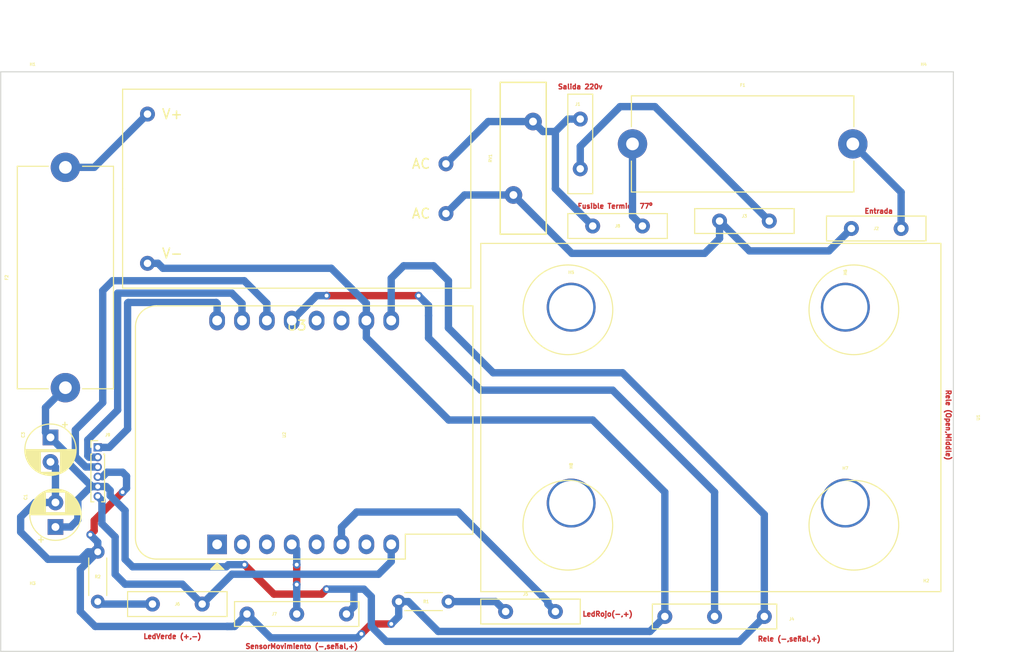
<source format=kicad_pcb>
(kicad_pcb (version 20171130) (host pcbnew 5.1.5+dfsg1-2build2)

  (general
    (thickness 1.6)
    (drawings 14)
    (tracks 189)
    (zones 0)
    (modules 27)
    (nets 25)
  )

  (page A4)
  (layers
    (0 F.Cu signal)
    (31 B.Cu signal)
    (32 B.Adhes user)
    (33 F.Adhes user)
    (34 B.Paste user)
    (35 F.Paste user)
    (36 B.SilkS user)
    (37 F.SilkS user)
    (38 B.Mask user)
    (39 F.Mask user)
    (40 Dwgs.User user)
    (41 Cmts.User user)
    (42 Eco1.User user)
    (43 Eco2.User user)
    (44 Edge.Cuts user)
    (45 Margin user)
    (46 B.CrtYd user)
    (47 F.CrtYd user)
    (48 B.Fab user)
    (49 F.Fab user)
  )

  (setup
    (last_trace_width 0.75)
    (user_trace_width 0.75)
    (trace_clearance 0.2)
    (zone_clearance 0.508)
    (zone_45_only no)
    (trace_min 0.2)
    (via_size 0.8)
    (via_drill 0.4)
    (via_min_size 0.4)
    (via_min_drill 0.3)
    (user_via 0.75 0.5)
    (uvia_size 0.3)
    (uvia_drill 0.1)
    (uvias_allowed no)
    (uvia_min_size 0.2)
    (uvia_min_drill 0.1)
    (edge_width 0.05)
    (segment_width 0.2)
    (pcb_text_width 0.3)
    (pcb_text_size 1.5 1.5)
    (mod_edge_width 0.12)
    (mod_text_size 1 1)
    (mod_text_width 0.15)
    (pad_size 3.2 3.2)
    (pad_drill 3.2)
    (pad_to_mask_clearance 0.051)
    (solder_mask_min_width 0.25)
    (aux_axis_origin 0 0)
    (visible_elements FFFFFF7F)
    (pcbplotparams
      (layerselection 0x010fc_ffffffff)
      (usegerberextensions false)
      (usegerberattributes false)
      (usegerberadvancedattributes false)
      (creategerberjobfile false)
      (excludeedgelayer true)
      (linewidth 0.100000)
      (plotframeref false)
      (viasonmask false)
      (mode 1)
      (useauxorigin false)
      (hpglpennumber 1)
      (hpglpenspeed 20)
      (hpglpendiameter 15.000000)
      (psnegative false)
      (psa4output false)
      (plotreference true)
      (plotvalue true)
      (plotinvisibletext false)
      (padsonsilk false)
      (subtractmaskfromsilk false)
      (outputformat 1)
      (mirror false)
      (drillshape 1)
      (scaleselection 1)
      (outputdirectory ""))
  )

  (net 0 "")
  (net 1 "Net-(F1-Pad1)")
  (net 2 "Net-(F2-Pad2)")
  (net 3 "Net-(U2-Pad14)")
  (net 4 "Net-(U2-Pad13)")
  (net 5 "Net-(U2-Pad7)")
  (net 6 "Net-(U2-Pad5)")
  (net 7 "Net-(U2-Pad1)")
  (net 8 "Net-(J5-Pad2)")
  (net 9 "Net-(J5-Pad1)")
  (net 10 "Net-(J6-Pad2)")
  (net 11 "Net-(J7-Pad2)")
  (net 12 GND)
  (net 13 +5V)
  (net 14 /Linea1)
  (net 15 "Net-(J1-Pad2)")
  (net 16 "Net-(J1-Pad1)")
  (net 17 /Linea2)
  (net 18 "Net-(J4-Pad2)")
  (net 19 +3V3)
  (net 20 "Net-(J9-Pad1)")
  (net 21 "Net-(J9-Pad2)")
  (net 22 "Net-(J9-Pad3)")
  (net 23 "Net-(U2-Pad3)")
  (net 24 "Net-(U2-Pad2)")

  (net_class Default "This is the default net class."
    (clearance 0.2)
    (trace_width 0.25)
    (via_dia 0.8)
    (via_drill 0.4)
    (uvia_dia 0.3)
    (uvia_drill 0.1)
    (add_net +3V3)
    (add_net +5V)
    (add_net /Linea1)
    (add_net /Linea2)
    (add_net GND)
    (add_net "Net-(F1-Pad1)")
    (add_net "Net-(F2-Pad2)")
    (add_net "Net-(J1-Pad1)")
    (add_net "Net-(J1-Pad2)")
    (add_net "Net-(J4-Pad2)")
    (add_net "Net-(J5-Pad1)")
    (add_net "Net-(J5-Pad2)")
    (add_net "Net-(J6-Pad2)")
    (add_net "Net-(J7-Pad2)")
    (add_net "Net-(J9-Pad1)")
    (add_net "Net-(J9-Pad2)")
    (add_net "Net-(J9-Pad3)")
    (add_net "Net-(U2-Pad1)")
    (add_net "Net-(U2-Pad13)")
    (add_net "Net-(U2-Pad14)")
    (add_net "Net-(U2-Pad2)")
    (add_net "Net-(U2-Pad3)")
    (add_net "Net-(U2-Pad5)")
    (add_net "Net-(U2-Pad7)")
  )

  (module MountingHole:MountingHole_3.2mm_M3_DIN965 (layer F.Cu) (tedit 5EB2D4F9) (tstamp 5EAC29F9)
    (at 185 105 90)
    (descr "Mounting Hole 3.2mm, no annular, M3, DIN965")
    (tags "mounting hole 3.2mm no annular m3 din965")
    (path /5E9E08D5)
    (attr virtual)
    (fp_text reference H8 (at 3.81 0 270) (layer F.SilkS)
      (effects (font (size 0.3 0.3) (thickness 0.075)))
    )
    (fp_text value MountingHole (at 0 3.8 90) (layer F.Fab)
      (effects (font (size 0.3 0.3) (thickness 0.075)))
    )
    (fp_circle (center 0 0) (end 3.05 0) (layer F.CrtYd) (width 0.05))
    (fp_circle (center 0 0) (end 2.8 0) (layer Cmts.User) (width 0.15))
    (fp_text user %R (at 0.3 0 90) (layer F.Fab)
      (effects (font (size 1 1) (thickness 0.15)))
    )
    (pad "" np_thru_hole circle (at 0 0 90) (size 5 5) (drill 4.5) (layers *.Cu *.Mask))
  )

  (module MountingHole:MountingHole_3.2mm_M3_DIN965 (layer F.Cu) (tedit 5EB2D398) (tstamp 5EAC2A37)
    (at 213 105 90)
    (descr "Mounting Hole 3.2mm, no annular, M3, DIN965")
    (tags "mounting hole 3.2mm no annular m3 din965")
    (path /5E9E08D5)
    (attr virtual)
    (fp_text reference H7 (at 3.556 0) (layer F.SilkS)
      (effects (font (size 0.3 0.3) (thickness 0.075)))
    )
    (fp_text value MountingHole (at 0 3.8 90) (layer F.Fab)
      (effects (font (size 0.3 0.3) (thickness 0.075)))
    )
    (fp_text user %R (at 0.3 0 90) (layer F.Fab)
      (effects (font (size 1 1) (thickness 0.15)))
    )
    (fp_circle (center 0 0) (end 2.8 0) (layer Cmts.User) (width 0.15))
    (fp_circle (center 0 0) (end 3.05 0) (layer F.CrtYd) (width 0.05))
    (pad "" np_thru_hole circle (at 0 0 90) (size 5 5) (drill 4.5) (layers *.Cu *.Mask))
  )

  (module MountingHole:MountingHole_3.2mm_M3_DIN965 (layer F.Cu) (tedit 5EB2D327) (tstamp 5EAC2A69)
    (at 213 85 90)
    (descr "Mounting Hole 3.2mm, no annular, M3, DIN965")
    (tags "mounting hole 3.2mm no annular m3 din965")
    (path /5E9E08D5)
    (attr virtual)
    (fp_text reference H6 (at 3.556 0 90) (layer F.SilkS)
      (effects (font (size 0.3 0.3) (thickness 0.075)))
    )
    (fp_text value MountingHole (at 0 3.8 90) (layer F.Fab)
      (effects (font (size 0.3 0.3) (thickness 0.075)))
    )
    (fp_circle (center 0 0) (end 3.05 0) (layer F.CrtYd) (width 0.05))
    (fp_text user %R (at 0 -2.54 90) (layer F.Fab)
      (effects (font (size 0.3 0.3) (thickness 0.075)))
    )
    (pad "" np_thru_hole circle (at 0 0 90) (size 5 5) (drill 4.5) (layers *.Cu *.Mask))
  )

  (module MountingHole:MountingHole_3.2mm_M3_DIN965 (layer F.Cu) (tedit 5EB2D274) (tstamp 5EAC29C4)
    (at 185 85 90)
    (descr "Mounting Hole 3.2mm, no annular, M3, DIN965")
    (tags "mounting hole 3.2mm no annular m3 din965")
    (path /5E9E08D5)
    (attr virtual)
    (fp_text reference H5 (at 3.556 0) (layer F.SilkS)
      (effects (font (size 0.3 0.3) (thickness 0.075)))
    )
    (fp_text value MountingHole (at 0 3.8 90) (layer F.Fab)
      (effects (font (size 0.3 0.3) (thickness 0.075)))
    )
    (fp_circle (center 0 0) (end 3.05 0) (layer F.CrtYd) (width 0.05))
    (fp_circle (center 0 0) (end 2.8 0) (layer Cmts.User) (width 0.15))
    (fp_text user %R (at 0.3 0 90) (layer F.Fab)
      (effects (font (size 1 1) (thickness 0.15)))
    )
    (pad "" np_thru_hole circle (at 0 0 90) (size 5 5) (drill 4.5) (layers *.Cu *.Mask))
  )

  (module Connector_PinHeader_1.00mm:PinHeader_1x06_P1.00mm_Vertical (layer F.Cu) (tedit 59FED738) (tstamp 5EAC2822)
    (at 136.652 99.314)
    (descr "Through hole straight pin header, 1x06, 1.00mm pitch, single row")
    (tags "Through hole pin header THT 1x06 1.00mm single row")
    (path /5EAC537F)
    (fp_text reference J9 (at 1.016 -1.27) (layer F.SilkS)
      (effects (font (size 0.3 0.3) (thickness 0.075)))
    )
    (fp_text value Conn_01x06_Male (at 1.778 2.032 90) (layer F.Fab)
      (effects (font (size 0.3 0.3) (thickness 0.075)))
    )
    (fp_text user %R (at 0 2.5 90) (layer F.Fab)
      (effects (font (size 0.76 0.76) (thickness 0.114)))
    )
    (fp_line (start 1.15 -1) (end -1.15 -1) (layer F.CrtYd) (width 0.05))
    (fp_line (start 1.15 6) (end 1.15 -1) (layer F.CrtYd) (width 0.05))
    (fp_line (start -1.15 6) (end 1.15 6) (layer F.CrtYd) (width 0.05))
    (fp_line (start -1.15 -1) (end -1.15 6) (layer F.CrtYd) (width 0.05))
    (fp_line (start -0.695 -0.685) (end 0 -0.685) (layer F.SilkS) (width 0.12))
    (fp_line (start -0.695 0) (end -0.695 -0.685) (layer F.SilkS) (width 0.12))
    (fp_line (start 0.608276 0.685) (end 0.695 0.685) (layer F.SilkS) (width 0.12))
    (fp_line (start -0.695 0.685) (end -0.608276 0.685) (layer F.SilkS) (width 0.12))
    (fp_line (start 0.695 0.685) (end 0.695 5.56) (layer F.SilkS) (width 0.12))
    (fp_line (start -0.695 0.685) (end -0.695 5.56) (layer F.SilkS) (width 0.12))
    (fp_line (start 0.394493 5.56) (end 0.695 5.56) (layer F.SilkS) (width 0.12))
    (fp_line (start -0.695 5.56) (end -0.394493 5.56) (layer F.SilkS) (width 0.12))
    (fp_line (start -0.635 -0.1825) (end -0.3175 -0.5) (layer F.Fab) (width 0.1))
    (fp_line (start -0.635 5.5) (end -0.635 -0.1825) (layer F.Fab) (width 0.1))
    (fp_line (start 0.635 5.5) (end -0.635 5.5) (layer F.Fab) (width 0.1))
    (fp_line (start 0.635 -0.5) (end 0.635 5.5) (layer F.Fab) (width 0.1))
    (fp_line (start -0.3175 -0.5) (end 0.635 -0.5) (layer F.Fab) (width 0.1))
    (pad 6 thru_hole oval (at 0 5) (size 0.85 0.85) (drill 0.5) (layers *.Cu *.Mask)
      (net 19 +3V3))
    (pad 5 thru_hole oval (at 0 4) (size 0.85 0.85) (drill 0.5) (layers *.Cu *.Mask)
      (net 13 +5V))
    (pad 4 thru_hole oval (at 0 3) (size 0.85 0.85) (drill 0.5) (layers *.Cu *.Mask)
      (net 12 GND))
    (pad 3 thru_hole oval (at 0 2) (size 0.85 0.85) (drill 0.5) (layers *.Cu *.Mask)
      (net 22 "Net-(J9-Pad3)"))
    (pad 2 thru_hole oval (at 0 1) (size 0.85 0.85) (drill 0.5) (layers *.Cu *.Mask)
      (net 21 "Net-(J9-Pad2)"))
    (pad 1 thru_hole rect (at 0 0) (size 0.85 0.85) (drill 0.5) (layers *.Cu *.Mask)
      (net 20 "Net-(J9-Pad1)"))
    (model ${KISYS3DMOD}/Connector_PinHeader_1.00mm.3dshapes/PinHeader_1x06_P1.00mm_Vertical.wrl
      (at (xyz 0 0 0))
      (scale (xyz 1 1 1))
      (rotate (xyz 0 0 0))
    )
  )

  (module sm:Transformador220v-5v (layer F.Cu) (tedit 5EABBF8F) (tstamp 5EAC1E5D)
    (at 156.972 72.898)
    (path /5EB6E3AA)
    (fp_text reference U3 (at 0 13.97) (layer F.SilkS)
      (effects (font (size 1 1) (thickness 0.15)))
    )
    (fp_text value Transformador100v-240v_5V_0.6A (at 0.254 -0.508) (layer F.Fab)
      (effects (font (size 1 1) (thickness 0.15)))
    )
    (fp_text user AC (at 12.7 2.54) (layer F.SilkS)
      (effects (font (size 1 1) (thickness 0.15)))
    )
    (fp_text user AC (at 12.7 -2.54) (layer F.SilkS)
      (effects (font (size 1 1) (thickness 0.15)))
    )
    (fp_text user V- (at -12.7 6.604) (layer F.SilkS)
      (effects (font (size 1 1) (thickness 0.15)))
    )
    (fp_text user V+ (at -12.7 -7.62) (layer F.SilkS)
      (effects (font (size 1 1) (thickness 0.15)))
    )
    (fp_line (start -17.78 10.16) (end -17.78 0) (layer F.SilkS) (width 0.12))
    (fp_line (start 17.78 10.16) (end -17.78 10.16) (layer F.SilkS) (width 0.12))
    (fp_line (start 17.78 -10.16) (end 17.78 10.16) (layer F.SilkS) (width 0.12))
    (fp_line (start -17.78 -10.16) (end 17.78 -10.16) (layer F.SilkS) (width 0.12))
    (fp_line (start -17.78 0) (end -17.78 -10.16) (layer F.SilkS) (width 0.12))
    (pad 0 thru_hole circle (at 15.24 -2.54) (size 1.524 1.524) (drill 0.762) (layers *.Cu *.Mask)
      (net 16 "Net-(J1-Pad1)"))
    (pad 1 thru_hole circle (at 15.24 2.54) (size 1.524 1.524) (drill 0.762) (layers *.Cu *.Mask)
      (net 17 /Linea2))
    (pad 2 thru_hole circle (at -15.24 7.62) (size 1.524 1.524) (drill 0.762) (layers *.Cu *.Mask)
      (net 12 GND))
    (pad 3 thru_hole circle (at -15.24 -7.62) (size 1.524 1.524) (drill 0.762) (layers *.Cu *.Mask)
      (net 2 "Net-(F2-Pad2)"))
  )

  (module sm:ESP8266_ESP-12F3 (layer F.Cu) (tedit 5EA546CD) (tstamp 5EAAC78B)
    (at 148.844 109.22 90)
    (descr "16-pin module, column spacing 22.86 mm (900 mils), https://wiki.wemos.cc/products:d1:d1_mini, https://c1.staticflickr.com/1/734/31400410271_f278b087db_z.jpg")
    (tags "ESP8266 WiFi microcontroller")
    (path /5E994274)
    (fp_text reference U2 (at 11.176 6.858 90) (layer F.SilkS)
      (effects (font (size 0.3 0.3) (thickness 0.075)))
    )
    (fp_text value "ESP8266 ESP-12F" (at 11.7 0 90) (layer F.Fab)
      (effects (font (size 1 1) (thickness 0.15)))
    )
    (fp_text user "No copper" (at 11.43 -3.81 90) (layer Cmts.User)
      (effects (font (size 1 1) (thickness 0.15)))
    )
    (fp_text user "KEEP OUT" (at 11.43 -6.35 90) (layer Cmts.User)
      (effects (font (size 1 1) (thickness 0.15)))
    )
    (fp_arc (start 22.23 -6.21) (end 24.36 -6.21) (angle -90) (layer F.SilkS) (width 0.12))
    (fp_arc (start 0.63 -6.21) (end 0.63 -8.34) (angle -90) (layer F.SilkS) (width 0.12))
    (fp_line (start 1.04 19.22) (end 1.04 26.12) (layer F.SilkS) (width 0.12))
    (fp_line (start -1.5 19.22) (end 1.04 19.22) (layer F.SilkS) (width 0.12))
    (fp_arc (start 22.23 -6.21) (end 24.23 -6.19) (angle -90) (layer F.Fab) (width 0.1))
    (fp_arc (start 0.63 -6.21) (end 0.63 -8.21) (angle -90) (layer F.Fab) (width 0.1))
    (fp_line (start -0.37 0) (end -1.37 -1) (layer F.Fab) (width 0.1))
    (fp_line (start -1.37 1) (end -0.37 0) (layer F.Fab) (width 0.1))
    (fp_line (start -1.37 -6.21) (end -1.37 -1) (layer F.Fab) (width 0.1))
    (fp_line (start 1.17 19.09) (end 1.17 25.99) (layer F.Fab) (width 0.1))
    (fp_line (start -1.37 19.09) (end 1.17 19.09) (layer F.Fab) (width 0.1))
    (fp_line (start -1.35 -7.4) (end -0.55 -8.2) (layer Dwgs.User) (width 0.1))
    (fp_line (start -1.3 -5.45) (end 1.45 -8.2) (layer Dwgs.User) (width 0.1))
    (fp_line (start -1.35 -3.4) (end 3.45 -8.2) (layer Dwgs.User) (width 0.1))
    (fp_line (start 22.65 -1.4) (end 24.25 -3) (layer Dwgs.User) (width 0.1))
    (fp_line (start 20.65 -1.4) (end 24.25 -5) (layer Dwgs.User) (width 0.1))
    (fp_line (start 18.65 -1.4) (end 24.25 -7) (layer Dwgs.User) (width 0.1))
    (fp_line (start 16.65 -1.4) (end 23.45 -8.2) (layer Dwgs.User) (width 0.1))
    (fp_line (start 14.65 -1.4) (end 21.45 -8.2) (layer Dwgs.User) (width 0.1))
    (fp_line (start 12.65 -1.4) (end 19.45 -8.2) (layer Dwgs.User) (width 0.1))
    (fp_line (start 10.65 -1.4) (end 17.45 -8.2) (layer Dwgs.User) (width 0.1))
    (fp_line (start 8.65 -1.4) (end 15.45 -8.2) (layer Dwgs.User) (width 0.1))
    (fp_line (start 6.65 -1.4) (end 13.45 -8.2) (layer Dwgs.User) (width 0.1))
    (fp_line (start 4.65 -1.4) (end 11.45 -8.2) (layer Dwgs.User) (width 0.1))
    (fp_line (start 2.65 -1.4) (end 9.45 -8.2) (layer Dwgs.User) (width 0.1))
    (fp_line (start 0.65 -1.4) (end 7.45 -8.2) (layer Dwgs.User) (width 0.1))
    (fp_line (start -1.35 -1.4) (end 5.45 -8.2) (layer Dwgs.User) (width 0.1))
    (fp_line (start -1.35 -8.2) (end -1.35 -1.4) (layer Dwgs.User) (width 0.1))
    (fp_line (start 24.25 -8.2) (end -1.35 -8.2) (layer Dwgs.User) (width 0.1))
    (fp_line (start 24.25 -1.4) (end 24.25 -8.2) (layer Dwgs.User) (width 0.1))
    (fp_line (start -1.35 -1.4) (end 24.25 -1.4) (layer Dwgs.User) (width 0.1))
    (fp_poly (pts (xy -2.54 -0.635) (xy -2.54 0.635) (xy -1.905 0)) (layer F.SilkS) (width 0.15))
    (fp_line (start -1.62 26.24) (end -1.62 -8.46) (layer F.CrtYd) (width 0.05))
    (fp_line (start 24.48 26.24) (end -1.62 26.24) (layer F.CrtYd) (width 0.05))
    (fp_line (start 24.48 -8.41) (end 24.48 26.24) (layer F.CrtYd) (width 0.05))
    (fp_line (start -1.62 -8.46) (end 24.48 -8.46) (layer F.CrtYd) (width 0.05))
    (fp_text user %R (at 11.43 10 90) (layer F.Fab)
      (effects (font (size 1 1) (thickness 0.15)))
    )
    (fp_line (start -1.37 1) (end -1.37 19.09) (layer F.Fab) (width 0.1))
    (fp_line (start 22.23 -8.21) (end 0.63 -8.21) (layer F.Fab) (width 0.1))
    (fp_line (start 24.23 25.99) (end 24.23 -6.21) (layer F.Fab) (width 0.1))
    (fp_line (start 1.17 25.99) (end 24.23 25.99) (layer F.Fab) (width 0.1))
    (fp_line (start 22.24 -8.34) (end 0.63 -8.34) (layer F.SilkS) (width 0.12))
    (fp_line (start 24.36 26.12) (end 24.36 -6.21) (layer F.SilkS) (width 0.12))
    (fp_line (start -1.5 19.22) (end -1.5 -6.21) (layer F.SilkS) (width 0.12))
    (fp_line (start 1.04 26.12) (end 24.36 26.12) (layer F.SilkS) (width 0.12))
    (pad 9 thru_hole oval (at 22.86 0 90) (size 2 1.6) (drill 1) (layers *.Cu *.Mask)
      (net 20 "Net-(J9-Pad1)"))
    (pad 10 thru_hole oval (at 22.86 2.54 90) (size 2 1.6) (drill 1) (layers *.Cu *.Mask)
      (net 21 "Net-(J9-Pad2)"))
    (pad 11 thru_hole oval (at 22.86 5.08 90) (size 2 1.6) (drill 1) (layers *.Cu *.Mask)
      (net 22 "Net-(J9-Pad3)"))
    (pad 12 thru_hole oval (at 22.86 7.62 90) (size 2 1.6) (drill 1) (layers *.Cu *.Mask)
      (net 18 "Net-(J4-Pad2)"))
    (pad 13 thru_hole oval (at 22.86 10.16 90) (size 2 1.6) (drill 1) (layers *.Cu *.Mask)
      (net 4 "Net-(U2-Pad13)"))
    (pad 14 thru_hole oval (at 22.86 12.7 90) (size 2 1.6) (drill 1) (layers *.Cu *.Mask)
      (net 3 "Net-(U2-Pad14)"))
    (pad 15 thru_hole oval (at 22.86 15.24 90) (size 2 1.6) (drill 1) (layers *.Cu *.Mask)
      (net 12 GND))
    (pad 16 thru_hole oval (at 22.86 17.78 90) (size 2 1.6) (drill 1) (layers *.Cu *.Mask)
      (net 13 +5V))
    (pad 8 thru_hole oval (at 0 17.78 90) (size 2 1.6) (drill 1) (layers *.Cu *.Mask)
      (net 19 +3V3))
    (pad 7 thru_hole oval (at 0 15.24 90) (size 2 1.6) (drill 1) (layers *.Cu *.Mask)
      (net 5 "Net-(U2-Pad7)"))
    (pad 6 thru_hole oval (at 0 12.7 90) (size 2 1.6) (drill 1) (layers *.Cu *.Mask)
      (net 9 "Net-(J5-Pad1)"))
    (pad 5 thru_hole oval (at 0 10.16 90) (size 2 1.6) (drill 1) (layers *.Cu *.Mask)
      (net 6 "Net-(U2-Pad5)"))
    (pad 4 thru_hole oval (at 0 7.62 90) (size 2 1.6) (drill 1) (layers *.Cu *.Mask)
      (net 11 "Net-(J7-Pad2)"))
    (pad 3 thru_hole oval (at 0 5.08 90) (size 2 1.6) (drill 1) (layers *.Cu *.Mask)
      (net 23 "Net-(U2-Pad3)"))
    (pad 1 thru_hole rect (at 0 0 90) (size 2 2) (drill 1) (layers *.Cu *.Mask)
      (net 7 "Net-(U2-Pad1)"))
    (pad 2 thru_hole oval (at 0 2.54 90) (size 2 1.6) (drill 1) (layers *.Cu *.Mask)
      (net 24 "Net-(U2-Pad2)"))
    (model ${KISYS3DMOD}/Module.3dshapes/WEMOS_D1_mini_light.wrl
      (at (xyz 0 0 0))
      (scale (xyz 1 1 1))
      (rotate (xyz 0 0 0))
    )
    (model ${KISYS3DMOD}/Connector_PinHeader_2.54mm.3dshapes/PinHeader_1x08_P2.54mm_Vertical.wrl
      (offset (xyz 0 0 9.5))
      (scale (xyz 1 1 1))
      (rotate (xyz 0 -180 0))
    )
    (model ${KISYS3DMOD}/Connector_PinHeader_2.54mm.3dshapes/PinHeader_1x08_P2.54mm_Vertical.wrl
      (offset (xyz 22.86 0 9.5))
      (scale (xyz 1 1 1))
      (rotate (xyz 0 -180 0))
    )
    (model ${KISYS3DMOD}/Connector_PinSocket_2.54mm.3dshapes/PinSocket_1x08_P2.54mm_Vertical.wrl
      (at (xyz 0 0 0))
      (scale (xyz 1 1 1))
      (rotate (xyz 0 0 0))
    )
    (model ${KISYS3DMOD}/Connector_PinSocket_2.54mm.3dshapes/PinSocket_1x08_P2.54mm_Vertical.wrl
      (offset (xyz 22.86 0 0))
      (scale (xyz 1 1 1))
      (rotate (xyz 0 0 0))
    )
  )

  (module sm:Rele_5vDC (layer F.Cu) (tedit 5E9DE2DD) (tstamp 5EAAC748)
    (at 201.168 96.266 90)
    (path /5E96990B)
    (fp_text reference U1 (at 0 25.4 90) (layer F.SilkS)
      (effects (font (size 0.3 0.3) (thickness 0.075)))
    )
    (fp_text value "RELE QC3F-05VDC  (10A 125-220  - 10A 30VDC)" (at 0 -29.21 90) (layer F.Fab)
      (effects (font (size 0.3 0.3) (thickness 0.075)))
    )
    (fp_line (start 17.78 -25.4) (end -17.78 -25.4) (layer F.SilkS) (width 0.12))
    (fp_line (start 17.78 21.59) (end 17.78 -25.4) (layer F.SilkS) (width 0.12))
    (fp_line (start -17.78 21.59) (end 17.78 21.59) (layer F.SilkS) (width 0.12))
    (fp_line (start -17.78 -25.4) (end -17.78 21.59) (layer F.SilkS) (width 0.12))
    (fp_circle (center 11 12.7) (end 15.57905 12.7) (layer F.SilkS) (width 0.12))
    (fp_circle (center -11 12.7) (end -6.42095 12.7) (layer F.SilkS) (width 0.12))
    (fp_circle (center -11 -16.51) (end -6.42095 -16.51) (layer F.SilkS) (width 0.12))
    (fp_circle (center 11 -16.5) (end 15.57905 -16.5) (layer F.SilkS) (width 0.12))
  )

  (module Varistor:RV_Disc_D15.5mm_W4.7mm_P7.5mm (layer F.Cu) (tedit 5A0F68DF) (tstamp 5EAAC73C)
    (at 181.102 66.04 270)
    (descr "Varistor, diameter 15.5mm, width 4.7mm, pitch 7.5mm")
    (tags "varistor SIOV")
    (path /5EA7DA25)
    (fp_text reference RV1 (at 3.75 4.35 90) (layer F.SilkS)
      (effects (font (size 0.3 0.3) (thickness 0.075)))
    )
    (fp_text value "Varistor 300 v 14d471k " (at 3.75 -2.35 90) (layer F.Fab)
      (effects (font (size 0.3 0.3) (thickness 0.075)))
    )
    (fp_line (start -4 -1.35) (end -4 3.35) (layer F.Fab) (width 0.1))
    (fp_line (start 11.5 -1.35) (end 11.5 3.35) (layer F.Fab) (width 0.1))
    (fp_line (start -4 -1.35) (end 11.5 -1.35) (layer F.Fab) (width 0.1))
    (fp_line (start -4 3.35) (end 11.5 3.35) (layer F.Fab) (width 0.1))
    (fp_line (start -4 -1.35) (end -4 3.35) (layer F.SilkS) (width 0.15))
    (fp_line (start 11.5 -1.35) (end 11.5 3.35) (layer F.SilkS) (width 0.15))
    (fp_line (start -4 -1.35) (end 11.5 -1.35) (layer F.SilkS) (width 0.15))
    (fp_line (start -4 3.35) (end 11.5 3.35) (layer F.SilkS) (width 0.15))
    (fp_line (start -4.25 -1.6) (end -4.25 3.6) (layer F.CrtYd) (width 0.05))
    (fp_line (start 11.75 -1.6) (end 11.75 3.6) (layer F.CrtYd) (width 0.05))
    (fp_line (start -4.25 -1.6) (end 11.75 -1.6) (layer F.CrtYd) (width 0.05))
    (fp_line (start -4.25 3.6) (end 11.75 3.6) (layer F.CrtYd) (width 0.05))
    (fp_text user %R (at 3.75 1 180) (layer F.Fab)
      (effects (font (size 0.3 0.3) (thickness 0.075)))
    )
    (pad 2 thru_hole circle (at 7.5 2 270) (size 1.8 1.8) (drill 0.8) (layers *.Cu *.Mask)
      (net 17 /Linea2))
    (pad 1 thru_hole circle (at 0 0 270) (size 1.8 1.8) (drill 0.8) (layers *.Cu *.Mask)
      (net 16 "Net-(J1-Pad1)"))
    (model ${KISYS3DMOD}/Varistor.3dshapes/RV_Disc_D15.5mm_W4.7mm_P7.5mm.wrl
      (at (xyz 0 0 0))
      (scale (xyz 1 1 1))
      (rotate (xyz 0 0 0))
    )
  )

  (module Resistor_THT:R_Axial_DIN0204_L3.6mm_D1.6mm_P5.08mm_Horizontal (layer F.Cu) (tedit 5AE5139B) (tstamp 5EAAC729)
    (at 136.652 115.062 90)
    (descr "Resistor, Axial_DIN0204 series, Axial, Horizontal, pin pitch=5.08mm, 0.167W, length*diameter=3.6*1.6mm^2, http://cdn-reichelt.de/documents/datenblatt/B400/1_4W%23YAG.pdf")
    (tags "Resistor Axial_DIN0204 series Axial Horizontal pin pitch 5.08mm 0.167W length 3.6mm diameter 1.6mm")
    (path /5EA4C46A)
    (fp_text reference R2 (at 2.54 0 180) (layer F.SilkS)
      (effects (font (size 0.3 0.3) (thickness 0.075)))
    )
    (fp_text value "Resistencia 200 ohms" (at 2.54 1.92 90) (layer F.Fab)
      (effects (font (size 0.3 0.3) (thickness 0.075)))
    )
    (fp_text user %R (at 1.524 0 90) (layer F.Fab)
      (effects (font (size 0.3 0.3) (thickness 0.075)))
    )
    (fp_line (start 6.03 -1.05) (end -0.95 -1.05) (layer F.CrtYd) (width 0.05))
    (fp_line (start 6.03 1.05) (end 6.03 -1.05) (layer F.CrtYd) (width 0.05))
    (fp_line (start -0.95 1.05) (end 6.03 1.05) (layer F.CrtYd) (width 0.05))
    (fp_line (start -0.95 -1.05) (end -0.95 1.05) (layer F.CrtYd) (width 0.05))
    (fp_line (start 0.62 0.92) (end 4.46 0.92) (layer F.SilkS) (width 0.12))
    (fp_line (start 0.62 -0.92) (end 4.46 -0.92) (layer F.SilkS) (width 0.12))
    (fp_line (start 5.08 0) (end 4.34 0) (layer F.Fab) (width 0.1))
    (fp_line (start 0 0) (end 0.74 0) (layer F.Fab) (width 0.1))
    (fp_line (start 4.34 -0.8) (end 0.74 -0.8) (layer F.Fab) (width 0.1))
    (fp_line (start 4.34 0.8) (end 4.34 -0.8) (layer F.Fab) (width 0.1))
    (fp_line (start 0.74 0.8) (end 4.34 0.8) (layer F.Fab) (width 0.1))
    (fp_line (start 0.74 -0.8) (end 0.74 0.8) (layer F.Fab) (width 0.1))
    (pad 2 thru_hole oval (at 5.08 0 90) (size 1.4 1.4) (drill 0.7) (layers *.Cu *.Mask)
      (net 12 GND))
    (pad 1 thru_hole circle (at 0 0 90) (size 1.4 1.4) (drill 0.7) (layers *.Cu *.Mask)
      (net 10 "Net-(J6-Pad2)"))
    (model ${KISYS3DMOD}/Resistor_THT.3dshapes/R_Axial_DIN0204_L3.6mm_D1.6mm_P5.08mm_Horizontal.wrl
      (at (xyz 0 0 0))
      (scale (xyz 1 1 1))
      (rotate (xyz 0 0 0))
    )
  )

  (module Resistor_THT:R_Axial_DIN0204_L3.6mm_D1.6mm_P5.08mm_Horizontal (layer F.Cu) (tedit 5AE5139B) (tstamp 5EAAC716)
    (at 172.466 115.062 180)
    (descr "Resistor, Axial_DIN0204 series, Axial, Horizontal, pin pitch=5.08mm, 0.167W, length*diameter=3.6*1.6mm^2, http://cdn-reichelt.de/documents/datenblatt/B400/1_4W%23YAG.pdf")
    (tags "Resistor Axial_DIN0204 series Axial Horizontal pin pitch 5.08mm 0.167W length 3.6mm diameter 1.6mm")
    (path /5EA3FFFA)
    (fp_text reference R1 (at 2.286 0) (layer F.SilkS)
      (effects (font (size 0.3 0.3) (thickness 0.075)))
    )
    (fp_text value "Resistencia 200 ohms" (at 2.794 1.27) (layer F.Fab)
      (effects (font (size 0.3 0.3) (thickness 0.075)))
    )
    (fp_text user %R (at 2.794 1.778) (layer F.Fab)
      (effects (font (size 0.3 0.3) (thickness 0.075)))
    )
    (fp_line (start 6.03 -1.05) (end -0.95 -1.05) (layer F.CrtYd) (width 0.05))
    (fp_line (start 6.03 1.05) (end 6.03 -1.05) (layer F.CrtYd) (width 0.05))
    (fp_line (start -0.95 1.05) (end 6.03 1.05) (layer F.CrtYd) (width 0.05))
    (fp_line (start -0.95 -1.05) (end -0.95 1.05) (layer F.CrtYd) (width 0.05))
    (fp_line (start 0.62 0.92) (end 4.46 0.92) (layer F.SilkS) (width 0.12))
    (fp_line (start 0.62 -0.92) (end 4.46 -0.92) (layer F.SilkS) (width 0.12))
    (fp_line (start 5.08 0) (end 4.34 0) (layer F.Fab) (width 0.1))
    (fp_line (start 0 0) (end 0.74 0) (layer F.Fab) (width 0.1))
    (fp_line (start 4.34 -0.8) (end 0.74 -0.8) (layer F.Fab) (width 0.1))
    (fp_line (start 4.34 0.8) (end 4.34 -0.8) (layer F.Fab) (width 0.1))
    (fp_line (start 0.74 0.8) (end 4.34 0.8) (layer F.Fab) (width 0.1))
    (fp_line (start 0.74 -0.8) (end 0.74 0.8) (layer F.Fab) (width 0.1))
    (pad 2 thru_hole oval (at 5.08 0 180) (size 1.4 1.4) (drill 0.7) (layers *.Cu *.Mask)
      (net 12 GND))
    (pad 1 thru_hole circle (at 0 0 180) (size 1.4 1.4) (drill 0.7) (layers *.Cu *.Mask)
      (net 8 "Net-(J5-Pad2)"))
    (model ${KISYS3DMOD}/Resistor_THT.3dshapes/R_Axial_DIN0204_L3.6mm_D1.6mm_P5.08mm_Horizontal.wrl
      (at (xyz 0 0 0))
      (scale (xyz 1 1 1))
      (rotate (xyz 0 0 0))
    )
  )

  (module sm:Terminal_Tornillo_2 (layer F.Cu) (tedit 5E9DBE42) (tstamp 5EAAC703)
    (at 189.738 76.708)
    (path /5EB29CCC)
    (fp_text reference J8 (at 0 0) (layer F.SilkS)
      (effects (font (size 0.3 0.3) (thickness 0.075)))
    )
    (fp_text value Screw_Terminal_01x02 (at 0 -3.81) (layer F.Fab)
      (effects (font (size 0.3 0.3) (thickness 0.075)))
    )
    (fp_line (start 5.08 1.27) (end -5.08 1.27) (layer F.SilkS) (width 0.12))
    (fp_line (start 5.08 -1.27) (end 5.08 1.27) (layer F.SilkS) (width 0.12))
    (fp_line (start -5.08 -1.27) (end 5.08 -1.27) (layer F.SilkS) (width 0.12))
    (fp_line (start -5.08 1.27) (end -5.08 -1.27) (layer F.SilkS) (width 0.12))
    (pad 2 thru_hole circle (at 2.54 0) (size 1.524 1.524) (drill 0.762) (layers *.Cu *.Mask)
      (net 1 "Net-(F1-Pad1)"))
    (pad 1 thru_hole circle (at -2.54 0) (size 1.524 1.524) (drill 0.762) (layers *.Cu *.Mask)
      (net 16 "Net-(J1-Pad1)"))
  )

  (module sm:Terminal_Tornillo_3 (layer F.Cu) (tedit 5E9DBE07) (tstamp 5EAAC6F9)
    (at 156.972 116.332)
    (path /5EB0C681)
    (fp_text reference J7 (at -2.286 0) (layer F.SilkS)
      (effects (font (size 0.3 0.3) (thickness 0.075)))
    )
    (fp_text value Screw_Terminal_01x03 (at 2.54 1.524) (layer F.Fab)
      (effects (font (size 0.3 0.3) (thickness 0.075)))
    )
    (fp_line (start 6.35 -1.27) (end -6.35 -1.27) (layer F.SilkS) (width 0.12))
    (fp_line (start 6.35 1.27) (end 6.35 -1.27) (layer F.SilkS) (width 0.12))
    (fp_line (start -6.35 1.27) (end 6.35 1.27) (layer F.SilkS) (width 0.12))
    (fp_line (start -6.35 -1.27) (end -6.35 1.27) (layer F.SilkS) (width 0.12))
    (pad 3 thru_hole circle (at 5.08 0) (size 1.524 1.524) (drill 0.762) (layers *.Cu *.Mask)
      (net 13 +5V))
    (pad 2 thru_hole circle (at 0 0) (size 1.524 1.524) (drill 0.762) (layers *.Cu *.Mask)
      (net 11 "Net-(J7-Pad2)"))
    (pad 1 thru_hole circle (at -5.08 0) (size 1.524 1.524) (drill 0.762) (layers *.Cu *.Mask)
      (net 12 GND))
  )

  (module sm:Terminal_Tornillo_2 (layer F.Cu) (tedit 5E9DBE42) (tstamp 5EAAC6EE)
    (at 144.78 115.316 180)
    (path /5EA9753A)
    (fp_text reference J6 (at 0 0) (layer F.SilkS)
      (effects (font (size 0.3 0.3) (thickness 0.075)))
    )
    (fp_text value Screw_Terminal_01x02 (at -0.762 -1.524) (layer F.Fab)
      (effects (font (size 0.3 0.3) (thickness 0.075)))
    )
    (fp_line (start 5.08 1.27) (end -5.08 1.27) (layer F.SilkS) (width 0.12))
    (fp_line (start 5.08 -1.27) (end 5.08 1.27) (layer F.SilkS) (width 0.12))
    (fp_line (start -5.08 -1.27) (end 5.08 -1.27) (layer F.SilkS) (width 0.12))
    (fp_line (start -5.08 1.27) (end -5.08 -1.27) (layer F.SilkS) (width 0.12))
    (pad 2 thru_hole circle (at 2.54 0 180) (size 1.524 1.524) (drill 0.762) (layers *.Cu *.Mask)
      (net 10 "Net-(J6-Pad2)"))
    (pad 1 thru_hole circle (at -2.54 0 180) (size 1.524 1.524) (drill 0.762) (layers *.Cu *.Mask)
      (net 19 +3V3))
  )

  (module sm:Terminal_Tornillo_2 (layer F.Cu) (tedit 5E9DBE42) (tstamp 5EAAC6E4)
    (at 180.848 116.078 180)
    (path /5EAC7954)
    (fp_text reference J5 (at 0.508 1.778) (layer F.SilkS)
      (effects (font (size 0.3 0.3) (thickness 0.075)))
    )
    (fp_text value Screw_Terminal_01x02 (at 0 -3.81) (layer F.Fab)
      (effects (font (size 0.3 0.3) (thickness 0.075)))
    )
    (fp_line (start 5.08 1.27) (end -5.08 1.27) (layer F.SilkS) (width 0.12))
    (fp_line (start 5.08 -1.27) (end 5.08 1.27) (layer F.SilkS) (width 0.12))
    (fp_line (start -5.08 -1.27) (end 5.08 -1.27) (layer F.SilkS) (width 0.12))
    (fp_line (start -5.08 1.27) (end -5.08 -1.27) (layer F.SilkS) (width 0.12))
    (pad 2 thru_hole circle (at 2.54 0 180) (size 1.524 1.524) (drill 0.762) (layers *.Cu *.Mask)
      (net 8 "Net-(J5-Pad2)"))
    (pad 1 thru_hole circle (at -2.54 0 180) (size 1.524 1.524) (drill 0.762) (layers *.Cu *.Mask)
      (net 9 "Net-(J5-Pad1)"))
  )

  (module sm:Terminal_Tornillo_3 (layer F.Cu) (tedit 5E9DBE07) (tstamp 5EAAC6DA)
    (at 199.644 116.586)
    (path /5E9A3397)
    (fp_text reference J4 (at 7.874 0.254) (layer F.SilkS)
      (effects (font (size 0.3 0.3) (thickness 0.075)))
    )
    (fp_text value Screw_Terminal_01x03 (at 0 -3.81) (layer F.Fab)
      (effects (font (size 0.3 0.3) (thickness 0.075)))
    )
    (fp_line (start 6.35 -1.27) (end -6.35 -1.27) (layer F.SilkS) (width 0.12))
    (fp_line (start 6.35 1.27) (end 6.35 -1.27) (layer F.SilkS) (width 0.12))
    (fp_line (start -6.35 1.27) (end 6.35 1.27) (layer F.SilkS) (width 0.12))
    (fp_line (start -6.35 -1.27) (end -6.35 1.27) (layer F.SilkS) (width 0.12))
    (pad 3 thru_hole circle (at 5.08 0) (size 1.524 1.524) (drill 0.762) (layers *.Cu *.Mask)
      (net 13 +5V))
    (pad 2 thru_hole circle (at 0 0) (size 1.524 1.524) (drill 0.762) (layers *.Cu *.Mask)
      (net 18 "Net-(J4-Pad2)"))
    (pad 1 thru_hole circle (at -5.08 0) (size 1.524 1.524) (drill 0.762) (layers *.Cu *.Mask)
      (net 12 GND))
  )

  (module sm:Terminal_Tornillo_2 (layer F.Cu) (tedit 5E9DBE42) (tstamp 5EAAC6CF)
    (at 202.692 76.2 180)
    (path /5EA02F36)
    (fp_text reference J3 (at 0 0.508) (layer F.SilkS)
      (effects (font (size 0.3 0.3) (thickness 0.075)))
    )
    (fp_text value Screw_Terminal_01x02 (at 0 -3.81) (layer F.Fab)
      (effects (font (size 0.3 0.3) (thickness 0.075)))
    )
    (fp_line (start 5.08 1.27) (end -5.08 1.27) (layer F.SilkS) (width 0.12))
    (fp_line (start 5.08 -1.27) (end 5.08 1.27) (layer F.SilkS) (width 0.12))
    (fp_line (start -5.08 -1.27) (end 5.08 -1.27) (layer F.SilkS) (width 0.12))
    (fp_line (start -5.08 1.27) (end -5.08 -1.27) (layer F.SilkS) (width 0.12))
    (pad 2 thru_hole circle (at 2.54 0 180) (size 1.524 1.524) (drill 0.762) (layers *.Cu *.Mask)
      (net 17 /Linea2))
    (pad 1 thru_hole circle (at -2.54 0 180) (size 1.524 1.524) (drill 0.762) (layers *.Cu *.Mask)
      (net 15 "Net-(J1-Pad2)"))
  )

  (module sm:Terminal_Tornillo_2 (layer F.Cu) (tedit 5E9DBE42) (tstamp 5EAAC6C5)
    (at 216.154 76.962 180)
    (path /5E9BE318)
    (fp_text reference J2 (at 0 0) (layer F.SilkS)
      (effects (font (size 0.3 0.3) (thickness 0.075)))
    )
    (fp_text value Screw_Terminal_01x02 (at 0 -3.81) (layer F.Fab)
      (effects (font (size 0.3 0.3) (thickness 0.075)))
    )
    (fp_line (start 5.08 1.27) (end -5.08 1.27) (layer F.SilkS) (width 0.12))
    (fp_line (start 5.08 -1.27) (end 5.08 1.27) (layer F.SilkS) (width 0.12))
    (fp_line (start -5.08 -1.27) (end 5.08 -1.27) (layer F.SilkS) (width 0.12))
    (fp_line (start -5.08 1.27) (end -5.08 -1.27) (layer F.SilkS) (width 0.12))
    (pad 2 thru_hole circle (at 2.54 0 180) (size 1.524 1.524) (drill 0.762) (layers *.Cu *.Mask)
      (net 17 /Linea2))
    (pad 1 thru_hole circle (at -2.54 0 180) (size 1.524 1.524) (drill 0.762) (layers *.Cu *.Mask)
      (net 14 /Linea1))
  )

  (module sm:Terminal_Tornillo_2 (layer F.Cu) (tedit 5E9DBE42) (tstamp 5EAAC6BB)
    (at 185.928 68.326 270)
    (path /5E9D7918)
    (fp_text reference J1 (at -4.064 0.254 180) (layer F.SilkS)
      (effects (font (size 0.3 0.3) (thickness 0.075)))
    )
    (fp_text value Screw_Terminal_01x02 (at -3.81 -6.604 90) (layer F.Fab)
      (effects (font (size 0.3 0.3) (thickness 0.075)))
    )
    (fp_line (start 5.08 1.27) (end -5.08 1.27) (layer F.SilkS) (width 0.12))
    (fp_line (start 5.08 -1.27) (end 5.08 1.27) (layer F.SilkS) (width 0.12))
    (fp_line (start -5.08 -1.27) (end 5.08 -1.27) (layer F.SilkS) (width 0.12))
    (fp_line (start -5.08 1.27) (end -5.08 -1.27) (layer F.SilkS) (width 0.12))
    (pad 2 thru_hole circle (at 2.54 0 270) (size 1.524 1.524) (drill 0.762) (layers *.Cu *.Mask)
      (net 15 "Net-(J1-Pad2)"))
    (pad 1 thru_hole circle (at -2.54 0 270) (size 1.524 1.524) (drill 0.762) (layers *.Cu *.Mask)
      (net 16 "Net-(J1-Pad1)"))
  )

  (module Fuse:Fuseholder_Cylinder-5x20mm_Schurter_0031_8201_Horizontal_Open (layer F.Cu) (tedit 5D717D34) (tstamp 5EAAC679)
    (at 133.35 93.218 90)
    (descr "Fuseholder horizontal open, 5x20mm, 500V, 16A, Schurter 0031.8201, https://us.schurter.com/bundles/snceschurter/epim/_ProdPool_/newDS/en/typ_OGN.pdf")
    (tags "Fuseholder horizontal open 5x20 Schurter 0031.8201")
    (path /5EA8E288)
    (fp_text reference F2 (at 11.25 -6 90) (layer F.SilkS)
      (effects (font (size 0.3 0.3) (thickness 0.075)))
    )
    (fp_text value "Portafusible para fusible 5x20mm (Quick Blow 630ma)" (at 11.25 6 90) (layer F.Fab)
      (effects (font (size 0.3 0.3) (thickness 0.075)))
    )
    (fp_line (start -0.11 4.91) (end -0.11 1.75) (layer F.SilkS) (width 0.12))
    (fp_line (start 24.25 -5.05) (end 24.25 5.05) (layer F.CrtYd) (width 0.05))
    (fp_line (start -0.11 4.91) (end 22.61 4.91) (layer F.SilkS) (width 0.12))
    (fp_line (start -1.75 -5.05) (end 24.25 -5.05) (layer F.CrtYd) (width 0.05))
    (fp_line (start 24.25 5.05) (end -1.75 5.05) (layer F.CrtYd) (width 0.05))
    (fp_line (start -0.11 -4.91) (end 22.61 -4.91) (layer F.SilkS) (width 0.12))
    (fp_line (start -0.11 -1.75) (end -0.11 -4.91) (layer F.SilkS) (width 0.12))
    (fp_line (start 22.61 -1.75) (end 22.61 -4.91) (layer F.SilkS) (width 0.12))
    (fp_line (start 22.61 4.91) (end 22.61 1.75) (layer F.SilkS) (width 0.12))
    (fp_line (start -1.75 5.05) (end -1.75 -5.05) (layer F.CrtYd) (width 0.05))
    (fp_line (start 22.5 -4.8) (end 0 -4.8) (layer F.Fab) (width 0.1))
    (fp_line (start 22.5 4.8) (end 22.5 -4.8) (layer F.Fab) (width 0.1))
    (fp_line (start 0 4.8) (end 22.5 4.8) (layer F.Fab) (width 0.1))
    (fp_line (start 0 -4.8) (end 0 4.8) (layer F.Fab) (width 0.1))
    (fp_text user %R (at 11.25 4 90) (layer F.Fab)
      (effects (font (size 1 1) (thickness 0.15)))
    )
    (pad "" np_thru_hole circle (at 11.25 0 90) (size 2.7 2.7) (drill 2.7) (layers *.Cu *.Mask))
    (pad 2 thru_hole circle (at 22.5 0 90) (size 3 3) (drill 1.3) (layers *.Cu *.Mask)
      (net 2 "Net-(F2-Pad2)"))
    (pad 1 thru_hole circle (at 0 0 90) (size 3 3) (drill 1.3) (layers *.Cu *.Mask)
      (net 13 +5V))
    (model ${KISYS3DMOD}/Fuse.3dshapes/Fuseholder_Cylinder-5x20mm_Schurter_0031_8201_Horizontal_Open.wrl
      (at (xyz 0 0 0))
      (scale (xyz 1 1 1))
      (rotate (xyz 0 0 0))
    )
  )

  (module Fuse:Fuseholder_Cylinder-5x20mm_Schurter_0031_8201_Horizontal_Open (layer F.Cu) (tedit 5D717D34) (tstamp 5EAAC663)
    (at 191.262 68.326)
    (descr "Fuseholder horizontal open, 5x20mm, 500V, 16A, Schurter 0031.8201, https://us.schurter.com/bundles/snceschurter/epim/_ProdPool_/newDS/en/typ_OGN.pdf")
    (tags "Fuseholder horizontal open 5x20 Schurter 0031.8201")
    (path /5E988320)
    (fp_text reference F1 (at 11.25 -6) (layer F.SilkS)
      (effects (font (size 0.3 0.3) (thickness 0.075)))
    )
    (fp_text value "Portafusible para fusible 5x20mm (Slow Blow 200mA)" (at 11.25 6) (layer F.Fab)
      (effects (font (size 0.3 0.3) (thickness 0.075)))
    )
    (fp_line (start -0.11 4.91) (end -0.11 1.75) (layer F.SilkS) (width 0.12))
    (fp_line (start 24.25 -5.05) (end 24.25 5.05) (layer F.CrtYd) (width 0.05))
    (fp_line (start -0.11 4.91) (end 22.61 4.91) (layer F.SilkS) (width 0.12))
    (fp_line (start -1.75 -5.05) (end 24.25 -5.05) (layer F.CrtYd) (width 0.05))
    (fp_line (start 24.25 5.05) (end -1.75 5.05) (layer F.CrtYd) (width 0.05))
    (fp_line (start -0.11 -4.91) (end 22.61 -4.91) (layer F.SilkS) (width 0.12))
    (fp_line (start -0.11 -1.75) (end -0.11 -4.91) (layer F.SilkS) (width 0.12))
    (fp_line (start 22.61 -1.75) (end 22.61 -4.91) (layer F.SilkS) (width 0.12))
    (fp_line (start 22.61 4.91) (end 22.61 1.75) (layer F.SilkS) (width 0.12))
    (fp_line (start -1.75 5.05) (end -1.75 -5.05) (layer F.CrtYd) (width 0.05))
    (fp_line (start 22.5 -4.8) (end 0 -4.8) (layer F.Fab) (width 0.1))
    (fp_line (start 22.5 4.8) (end 22.5 -4.8) (layer F.Fab) (width 0.1))
    (fp_line (start 0 4.8) (end 22.5 4.8) (layer F.Fab) (width 0.1))
    (fp_line (start 0 -4.8) (end 0 4.8) (layer F.Fab) (width 0.1))
    (fp_text user %R (at 11.25 4) (layer F.Fab)
      (effects (font (size 0.3 0.3) (thickness 0.075)))
    )
    (pad "" np_thru_hole circle (at 11.25 0) (size 2.7 2.7) (drill 2.7) (layers *.Cu *.Mask))
    (pad 2 thru_hole circle (at 22.5 0) (size 3 3) (drill 1.3) (layers *.Cu *.Mask)
      (net 14 /Linea1))
    (pad 1 thru_hole circle (at 0 0) (size 3 3) (drill 1.3) (layers *.Cu *.Mask)
      (net 1 "Net-(F1-Pad1)"))
    (model ${KISYS3DMOD}/Fuse.3dshapes/Fuseholder_Cylinder-5x20mm_Schurter_0031_8201_Horizontal_Open.wrl
      (at (xyz 0 0 0))
      (scale (xyz 1 1 1))
      (rotate (xyz 0 0 0))
    )
  )

  (module Capacitor_THT:CP_Radial_D5.0mm_P2.50mm (layer F.Cu) (tedit 5AE50EF0) (tstamp 5EAAC64D)
    (at 131.826 98.298 270)
    (descr "CP, Radial series, Radial, pin pitch=2.50mm, , diameter=5mm, Electrolytic Capacitor")
    (tags "CP Radial series Radial pin pitch 2.50mm  diameter 5mm Electrolytic Capacitor")
    (path /5EA90A0F)
    (fp_text reference C3 (at -0.254 2.794 90) (layer F.SilkS)
      (effects (font (size 0.3 0.3) (thickness 0.075)))
    )
    (fp_text value "Capacitor 10uF" (at 1.25 3.75 90) (layer F.Fab)
      (effects (font (size 0.3 0.3) (thickness 0.075)))
    )
    (fp_text user %R (at 1.25 0 90) (layer F.Fab)
      (effects (font (size 1 1) (thickness 0.15)))
    )
    (fp_line (start -1.304775 -1.725) (end -1.304775 -1.225) (layer F.SilkS) (width 0.12))
    (fp_line (start -1.554775 -1.475) (end -1.054775 -1.475) (layer F.SilkS) (width 0.12))
    (fp_line (start 3.851 -0.284) (end 3.851 0.284) (layer F.SilkS) (width 0.12))
    (fp_line (start 3.811 -0.518) (end 3.811 0.518) (layer F.SilkS) (width 0.12))
    (fp_line (start 3.771 -0.677) (end 3.771 0.677) (layer F.SilkS) (width 0.12))
    (fp_line (start 3.731 -0.805) (end 3.731 0.805) (layer F.SilkS) (width 0.12))
    (fp_line (start 3.691 -0.915) (end 3.691 0.915) (layer F.SilkS) (width 0.12))
    (fp_line (start 3.651 -1.011) (end 3.651 1.011) (layer F.SilkS) (width 0.12))
    (fp_line (start 3.611 -1.098) (end 3.611 1.098) (layer F.SilkS) (width 0.12))
    (fp_line (start 3.571 -1.178) (end 3.571 1.178) (layer F.SilkS) (width 0.12))
    (fp_line (start 3.531 1.04) (end 3.531 1.251) (layer F.SilkS) (width 0.12))
    (fp_line (start 3.531 -1.251) (end 3.531 -1.04) (layer F.SilkS) (width 0.12))
    (fp_line (start 3.491 1.04) (end 3.491 1.319) (layer F.SilkS) (width 0.12))
    (fp_line (start 3.491 -1.319) (end 3.491 -1.04) (layer F.SilkS) (width 0.12))
    (fp_line (start 3.451 1.04) (end 3.451 1.383) (layer F.SilkS) (width 0.12))
    (fp_line (start 3.451 -1.383) (end 3.451 -1.04) (layer F.SilkS) (width 0.12))
    (fp_line (start 3.411 1.04) (end 3.411 1.443) (layer F.SilkS) (width 0.12))
    (fp_line (start 3.411 -1.443) (end 3.411 -1.04) (layer F.SilkS) (width 0.12))
    (fp_line (start 3.371 1.04) (end 3.371 1.5) (layer F.SilkS) (width 0.12))
    (fp_line (start 3.371 -1.5) (end 3.371 -1.04) (layer F.SilkS) (width 0.12))
    (fp_line (start 3.331 1.04) (end 3.331 1.554) (layer F.SilkS) (width 0.12))
    (fp_line (start 3.331 -1.554) (end 3.331 -1.04) (layer F.SilkS) (width 0.12))
    (fp_line (start 3.291 1.04) (end 3.291 1.605) (layer F.SilkS) (width 0.12))
    (fp_line (start 3.291 -1.605) (end 3.291 -1.04) (layer F.SilkS) (width 0.12))
    (fp_line (start 3.251 1.04) (end 3.251 1.653) (layer F.SilkS) (width 0.12))
    (fp_line (start 3.251 -1.653) (end 3.251 -1.04) (layer F.SilkS) (width 0.12))
    (fp_line (start 3.211 1.04) (end 3.211 1.699) (layer F.SilkS) (width 0.12))
    (fp_line (start 3.211 -1.699) (end 3.211 -1.04) (layer F.SilkS) (width 0.12))
    (fp_line (start 3.171 1.04) (end 3.171 1.743) (layer F.SilkS) (width 0.12))
    (fp_line (start 3.171 -1.743) (end 3.171 -1.04) (layer F.SilkS) (width 0.12))
    (fp_line (start 3.131 1.04) (end 3.131 1.785) (layer F.SilkS) (width 0.12))
    (fp_line (start 3.131 -1.785) (end 3.131 -1.04) (layer F.SilkS) (width 0.12))
    (fp_line (start 3.091 1.04) (end 3.091 1.826) (layer F.SilkS) (width 0.12))
    (fp_line (start 3.091 -1.826) (end 3.091 -1.04) (layer F.SilkS) (width 0.12))
    (fp_line (start 3.051 1.04) (end 3.051 1.864) (layer F.SilkS) (width 0.12))
    (fp_line (start 3.051 -1.864) (end 3.051 -1.04) (layer F.SilkS) (width 0.12))
    (fp_line (start 3.011 1.04) (end 3.011 1.901) (layer F.SilkS) (width 0.12))
    (fp_line (start 3.011 -1.901) (end 3.011 -1.04) (layer F.SilkS) (width 0.12))
    (fp_line (start 2.971 1.04) (end 2.971 1.937) (layer F.SilkS) (width 0.12))
    (fp_line (start 2.971 -1.937) (end 2.971 -1.04) (layer F.SilkS) (width 0.12))
    (fp_line (start 2.931 1.04) (end 2.931 1.971) (layer F.SilkS) (width 0.12))
    (fp_line (start 2.931 -1.971) (end 2.931 -1.04) (layer F.SilkS) (width 0.12))
    (fp_line (start 2.891 1.04) (end 2.891 2.004) (layer F.SilkS) (width 0.12))
    (fp_line (start 2.891 -2.004) (end 2.891 -1.04) (layer F.SilkS) (width 0.12))
    (fp_line (start 2.851 1.04) (end 2.851 2.035) (layer F.SilkS) (width 0.12))
    (fp_line (start 2.851 -2.035) (end 2.851 -1.04) (layer F.SilkS) (width 0.12))
    (fp_line (start 2.811 1.04) (end 2.811 2.065) (layer F.SilkS) (width 0.12))
    (fp_line (start 2.811 -2.065) (end 2.811 -1.04) (layer F.SilkS) (width 0.12))
    (fp_line (start 2.771 1.04) (end 2.771 2.095) (layer F.SilkS) (width 0.12))
    (fp_line (start 2.771 -2.095) (end 2.771 -1.04) (layer F.SilkS) (width 0.12))
    (fp_line (start 2.731 1.04) (end 2.731 2.122) (layer F.SilkS) (width 0.12))
    (fp_line (start 2.731 -2.122) (end 2.731 -1.04) (layer F.SilkS) (width 0.12))
    (fp_line (start 2.691 1.04) (end 2.691 2.149) (layer F.SilkS) (width 0.12))
    (fp_line (start 2.691 -2.149) (end 2.691 -1.04) (layer F.SilkS) (width 0.12))
    (fp_line (start 2.651 1.04) (end 2.651 2.175) (layer F.SilkS) (width 0.12))
    (fp_line (start 2.651 -2.175) (end 2.651 -1.04) (layer F.SilkS) (width 0.12))
    (fp_line (start 2.611 1.04) (end 2.611 2.2) (layer F.SilkS) (width 0.12))
    (fp_line (start 2.611 -2.2) (end 2.611 -1.04) (layer F.SilkS) (width 0.12))
    (fp_line (start 2.571 1.04) (end 2.571 2.224) (layer F.SilkS) (width 0.12))
    (fp_line (start 2.571 -2.224) (end 2.571 -1.04) (layer F.SilkS) (width 0.12))
    (fp_line (start 2.531 1.04) (end 2.531 2.247) (layer F.SilkS) (width 0.12))
    (fp_line (start 2.531 -2.247) (end 2.531 -1.04) (layer F.SilkS) (width 0.12))
    (fp_line (start 2.491 1.04) (end 2.491 2.268) (layer F.SilkS) (width 0.12))
    (fp_line (start 2.491 -2.268) (end 2.491 -1.04) (layer F.SilkS) (width 0.12))
    (fp_line (start 2.451 1.04) (end 2.451 2.29) (layer F.SilkS) (width 0.12))
    (fp_line (start 2.451 -2.29) (end 2.451 -1.04) (layer F.SilkS) (width 0.12))
    (fp_line (start 2.411 1.04) (end 2.411 2.31) (layer F.SilkS) (width 0.12))
    (fp_line (start 2.411 -2.31) (end 2.411 -1.04) (layer F.SilkS) (width 0.12))
    (fp_line (start 2.371 1.04) (end 2.371 2.329) (layer F.SilkS) (width 0.12))
    (fp_line (start 2.371 -2.329) (end 2.371 -1.04) (layer F.SilkS) (width 0.12))
    (fp_line (start 2.331 1.04) (end 2.331 2.348) (layer F.SilkS) (width 0.12))
    (fp_line (start 2.331 -2.348) (end 2.331 -1.04) (layer F.SilkS) (width 0.12))
    (fp_line (start 2.291 1.04) (end 2.291 2.365) (layer F.SilkS) (width 0.12))
    (fp_line (start 2.291 -2.365) (end 2.291 -1.04) (layer F.SilkS) (width 0.12))
    (fp_line (start 2.251 1.04) (end 2.251 2.382) (layer F.SilkS) (width 0.12))
    (fp_line (start 2.251 -2.382) (end 2.251 -1.04) (layer F.SilkS) (width 0.12))
    (fp_line (start 2.211 1.04) (end 2.211 2.398) (layer F.SilkS) (width 0.12))
    (fp_line (start 2.211 -2.398) (end 2.211 -1.04) (layer F.SilkS) (width 0.12))
    (fp_line (start 2.171 1.04) (end 2.171 2.414) (layer F.SilkS) (width 0.12))
    (fp_line (start 2.171 -2.414) (end 2.171 -1.04) (layer F.SilkS) (width 0.12))
    (fp_line (start 2.131 1.04) (end 2.131 2.428) (layer F.SilkS) (width 0.12))
    (fp_line (start 2.131 -2.428) (end 2.131 -1.04) (layer F.SilkS) (width 0.12))
    (fp_line (start 2.091 1.04) (end 2.091 2.442) (layer F.SilkS) (width 0.12))
    (fp_line (start 2.091 -2.442) (end 2.091 -1.04) (layer F.SilkS) (width 0.12))
    (fp_line (start 2.051 1.04) (end 2.051 2.455) (layer F.SilkS) (width 0.12))
    (fp_line (start 2.051 -2.455) (end 2.051 -1.04) (layer F.SilkS) (width 0.12))
    (fp_line (start 2.011 1.04) (end 2.011 2.468) (layer F.SilkS) (width 0.12))
    (fp_line (start 2.011 -2.468) (end 2.011 -1.04) (layer F.SilkS) (width 0.12))
    (fp_line (start 1.971 1.04) (end 1.971 2.48) (layer F.SilkS) (width 0.12))
    (fp_line (start 1.971 -2.48) (end 1.971 -1.04) (layer F.SilkS) (width 0.12))
    (fp_line (start 1.93 1.04) (end 1.93 2.491) (layer F.SilkS) (width 0.12))
    (fp_line (start 1.93 -2.491) (end 1.93 -1.04) (layer F.SilkS) (width 0.12))
    (fp_line (start 1.89 1.04) (end 1.89 2.501) (layer F.SilkS) (width 0.12))
    (fp_line (start 1.89 -2.501) (end 1.89 -1.04) (layer F.SilkS) (width 0.12))
    (fp_line (start 1.85 1.04) (end 1.85 2.511) (layer F.SilkS) (width 0.12))
    (fp_line (start 1.85 -2.511) (end 1.85 -1.04) (layer F.SilkS) (width 0.12))
    (fp_line (start 1.81 1.04) (end 1.81 2.52) (layer F.SilkS) (width 0.12))
    (fp_line (start 1.81 -2.52) (end 1.81 -1.04) (layer F.SilkS) (width 0.12))
    (fp_line (start 1.77 1.04) (end 1.77 2.528) (layer F.SilkS) (width 0.12))
    (fp_line (start 1.77 -2.528) (end 1.77 -1.04) (layer F.SilkS) (width 0.12))
    (fp_line (start 1.73 1.04) (end 1.73 2.536) (layer F.SilkS) (width 0.12))
    (fp_line (start 1.73 -2.536) (end 1.73 -1.04) (layer F.SilkS) (width 0.12))
    (fp_line (start 1.69 1.04) (end 1.69 2.543) (layer F.SilkS) (width 0.12))
    (fp_line (start 1.69 -2.543) (end 1.69 -1.04) (layer F.SilkS) (width 0.12))
    (fp_line (start 1.65 1.04) (end 1.65 2.55) (layer F.SilkS) (width 0.12))
    (fp_line (start 1.65 -2.55) (end 1.65 -1.04) (layer F.SilkS) (width 0.12))
    (fp_line (start 1.61 1.04) (end 1.61 2.556) (layer F.SilkS) (width 0.12))
    (fp_line (start 1.61 -2.556) (end 1.61 -1.04) (layer F.SilkS) (width 0.12))
    (fp_line (start 1.57 1.04) (end 1.57 2.561) (layer F.SilkS) (width 0.12))
    (fp_line (start 1.57 -2.561) (end 1.57 -1.04) (layer F.SilkS) (width 0.12))
    (fp_line (start 1.53 1.04) (end 1.53 2.565) (layer F.SilkS) (width 0.12))
    (fp_line (start 1.53 -2.565) (end 1.53 -1.04) (layer F.SilkS) (width 0.12))
    (fp_line (start 1.49 1.04) (end 1.49 2.569) (layer F.SilkS) (width 0.12))
    (fp_line (start 1.49 -2.569) (end 1.49 -1.04) (layer F.SilkS) (width 0.12))
    (fp_line (start 1.45 -2.573) (end 1.45 2.573) (layer F.SilkS) (width 0.12))
    (fp_line (start 1.41 -2.576) (end 1.41 2.576) (layer F.SilkS) (width 0.12))
    (fp_line (start 1.37 -2.578) (end 1.37 2.578) (layer F.SilkS) (width 0.12))
    (fp_line (start 1.33 -2.579) (end 1.33 2.579) (layer F.SilkS) (width 0.12))
    (fp_line (start 1.29 -2.58) (end 1.29 2.58) (layer F.SilkS) (width 0.12))
    (fp_line (start 1.25 -2.58) (end 1.25 2.58) (layer F.SilkS) (width 0.12))
    (fp_line (start -0.633605 -1.3375) (end -0.633605 -0.8375) (layer F.Fab) (width 0.1))
    (fp_line (start -0.883605 -1.0875) (end -0.383605 -1.0875) (layer F.Fab) (width 0.1))
    (fp_circle (center 1.25 0) (end 4 0) (layer F.CrtYd) (width 0.05))
    (fp_circle (center 1.25 0) (end 3.87 0) (layer F.SilkS) (width 0.12))
    (fp_circle (center 1.25 0) (end 3.75 0) (layer F.Fab) (width 0.1))
    (pad 2 thru_hole circle (at 2.5 0 270) (size 1.6 1.6) (drill 0.8) (layers *.Cu *.Mask)
      (net 12 GND))
    (pad 1 thru_hole rect (at 0 0 270) (size 1.6 1.6) (drill 0.8) (layers *.Cu *.Mask)
      (net 13 +5V))
    (model ${KISYS3DMOD}/Capacitor_THT.3dshapes/CP_Radial_D5.0mm_P2.50mm.wrl
      (at (xyz 0 0 0))
      (scale (xyz 1 1 1))
      (rotate (xyz 0 0 0))
    )
  )

  (module Capacitor_THT:CP_Radial_D5.0mm_P2.50mm (layer F.Cu) (tedit 5AE50EF0) (tstamp 5EAAC5C9)
    (at 132.334 107.442 90)
    (descr "CP, Radial series, Radial, pin pitch=2.50mm, , diameter=5mm, Electrolytic Capacitor")
    (tags "CP Radial series Radial pin pitch 2.50mm  diameter 5mm Electrolytic Capacitor")
    (path /5EA928E5)
    (fp_text reference C1 (at 3.048 -3.048 90) (layer F.SilkS)
      (effects (font (size 0.3 0.3) (thickness 0.075)))
    )
    (fp_text value "Capacitor 22uF" (at 1.25 -4.572 90) (layer F.Fab)
      (effects (font (size 0.3 0.3) (thickness 0.075)))
    )
    (fp_text user %R (at 1.25 0 90) (layer F.Fab)
      (effects (font (size 1 1) (thickness 0.15)))
    )
    (fp_line (start -1.304775 -1.725) (end -1.304775 -1.225) (layer F.SilkS) (width 0.12))
    (fp_line (start -1.554775 -1.475) (end -1.054775 -1.475) (layer F.SilkS) (width 0.12))
    (fp_line (start 3.851 -0.284) (end 3.851 0.284) (layer F.SilkS) (width 0.12))
    (fp_line (start 3.811 -0.518) (end 3.811 0.518) (layer F.SilkS) (width 0.12))
    (fp_line (start 3.771 -0.677) (end 3.771 0.677) (layer F.SilkS) (width 0.12))
    (fp_line (start 3.731 -0.805) (end 3.731 0.805) (layer F.SilkS) (width 0.12))
    (fp_line (start 3.691 -0.915) (end 3.691 0.915) (layer F.SilkS) (width 0.12))
    (fp_line (start 3.651 -1.011) (end 3.651 1.011) (layer F.SilkS) (width 0.12))
    (fp_line (start 3.611 -1.098) (end 3.611 1.098) (layer F.SilkS) (width 0.12))
    (fp_line (start 3.571 -1.178) (end 3.571 1.178) (layer F.SilkS) (width 0.12))
    (fp_line (start 3.531 1.04) (end 3.531 1.251) (layer F.SilkS) (width 0.12))
    (fp_line (start 3.531 -1.251) (end 3.531 -1.04) (layer F.SilkS) (width 0.12))
    (fp_line (start 3.491 1.04) (end 3.491 1.319) (layer F.SilkS) (width 0.12))
    (fp_line (start 3.491 -1.319) (end 3.491 -1.04) (layer F.SilkS) (width 0.12))
    (fp_line (start 3.451 1.04) (end 3.451 1.383) (layer F.SilkS) (width 0.12))
    (fp_line (start 3.451 -1.383) (end 3.451 -1.04) (layer F.SilkS) (width 0.12))
    (fp_line (start 3.411 1.04) (end 3.411 1.443) (layer F.SilkS) (width 0.12))
    (fp_line (start 3.411 -1.443) (end 3.411 -1.04) (layer F.SilkS) (width 0.12))
    (fp_line (start 3.371 1.04) (end 3.371 1.5) (layer F.SilkS) (width 0.12))
    (fp_line (start 3.371 -1.5) (end 3.371 -1.04) (layer F.SilkS) (width 0.12))
    (fp_line (start 3.331 1.04) (end 3.331 1.554) (layer F.SilkS) (width 0.12))
    (fp_line (start 3.331 -1.554) (end 3.331 -1.04) (layer F.SilkS) (width 0.12))
    (fp_line (start 3.291 1.04) (end 3.291 1.605) (layer F.SilkS) (width 0.12))
    (fp_line (start 3.291 -1.605) (end 3.291 -1.04) (layer F.SilkS) (width 0.12))
    (fp_line (start 3.251 1.04) (end 3.251 1.653) (layer F.SilkS) (width 0.12))
    (fp_line (start 3.251 -1.653) (end 3.251 -1.04) (layer F.SilkS) (width 0.12))
    (fp_line (start 3.211 1.04) (end 3.211 1.699) (layer F.SilkS) (width 0.12))
    (fp_line (start 3.211 -1.699) (end 3.211 -1.04) (layer F.SilkS) (width 0.12))
    (fp_line (start 3.171 1.04) (end 3.171 1.743) (layer F.SilkS) (width 0.12))
    (fp_line (start 3.171 -1.743) (end 3.171 -1.04) (layer F.SilkS) (width 0.12))
    (fp_line (start 3.131 1.04) (end 3.131 1.785) (layer F.SilkS) (width 0.12))
    (fp_line (start 3.131 -1.785) (end 3.131 -1.04) (layer F.SilkS) (width 0.12))
    (fp_line (start 3.091 1.04) (end 3.091 1.826) (layer F.SilkS) (width 0.12))
    (fp_line (start 3.091 -1.826) (end 3.091 -1.04) (layer F.SilkS) (width 0.12))
    (fp_line (start 3.051 1.04) (end 3.051 1.864) (layer F.SilkS) (width 0.12))
    (fp_line (start 3.051 -1.864) (end 3.051 -1.04) (layer F.SilkS) (width 0.12))
    (fp_line (start 3.011 1.04) (end 3.011 1.901) (layer F.SilkS) (width 0.12))
    (fp_line (start 3.011 -1.901) (end 3.011 -1.04) (layer F.SilkS) (width 0.12))
    (fp_line (start 2.971 1.04) (end 2.971 1.937) (layer F.SilkS) (width 0.12))
    (fp_line (start 2.971 -1.937) (end 2.971 -1.04) (layer F.SilkS) (width 0.12))
    (fp_line (start 2.931 1.04) (end 2.931 1.971) (layer F.SilkS) (width 0.12))
    (fp_line (start 2.931 -1.971) (end 2.931 -1.04) (layer F.SilkS) (width 0.12))
    (fp_line (start 2.891 1.04) (end 2.891 2.004) (layer F.SilkS) (width 0.12))
    (fp_line (start 2.891 -2.004) (end 2.891 -1.04) (layer F.SilkS) (width 0.12))
    (fp_line (start 2.851 1.04) (end 2.851 2.035) (layer F.SilkS) (width 0.12))
    (fp_line (start 2.851 -2.035) (end 2.851 -1.04) (layer F.SilkS) (width 0.12))
    (fp_line (start 2.811 1.04) (end 2.811 2.065) (layer F.SilkS) (width 0.12))
    (fp_line (start 2.811 -2.065) (end 2.811 -1.04) (layer F.SilkS) (width 0.12))
    (fp_line (start 2.771 1.04) (end 2.771 2.095) (layer F.SilkS) (width 0.12))
    (fp_line (start 2.771 -2.095) (end 2.771 -1.04) (layer F.SilkS) (width 0.12))
    (fp_line (start 2.731 1.04) (end 2.731 2.122) (layer F.SilkS) (width 0.12))
    (fp_line (start 2.731 -2.122) (end 2.731 -1.04) (layer F.SilkS) (width 0.12))
    (fp_line (start 2.691 1.04) (end 2.691 2.149) (layer F.SilkS) (width 0.12))
    (fp_line (start 2.691 -2.149) (end 2.691 -1.04) (layer F.SilkS) (width 0.12))
    (fp_line (start 2.651 1.04) (end 2.651 2.175) (layer F.SilkS) (width 0.12))
    (fp_line (start 2.651 -2.175) (end 2.651 -1.04) (layer F.SilkS) (width 0.12))
    (fp_line (start 2.611 1.04) (end 2.611 2.2) (layer F.SilkS) (width 0.12))
    (fp_line (start 2.611 -2.2) (end 2.611 -1.04) (layer F.SilkS) (width 0.12))
    (fp_line (start 2.571 1.04) (end 2.571 2.224) (layer F.SilkS) (width 0.12))
    (fp_line (start 2.571 -2.224) (end 2.571 -1.04) (layer F.SilkS) (width 0.12))
    (fp_line (start 2.531 1.04) (end 2.531 2.247) (layer F.SilkS) (width 0.12))
    (fp_line (start 2.531 -2.247) (end 2.531 -1.04) (layer F.SilkS) (width 0.12))
    (fp_line (start 2.491 1.04) (end 2.491 2.268) (layer F.SilkS) (width 0.12))
    (fp_line (start 2.491 -2.268) (end 2.491 -1.04) (layer F.SilkS) (width 0.12))
    (fp_line (start 2.451 1.04) (end 2.451 2.29) (layer F.SilkS) (width 0.12))
    (fp_line (start 2.451 -2.29) (end 2.451 -1.04) (layer F.SilkS) (width 0.12))
    (fp_line (start 2.411 1.04) (end 2.411 2.31) (layer F.SilkS) (width 0.12))
    (fp_line (start 2.411 -2.31) (end 2.411 -1.04) (layer F.SilkS) (width 0.12))
    (fp_line (start 2.371 1.04) (end 2.371 2.329) (layer F.SilkS) (width 0.12))
    (fp_line (start 2.371 -2.329) (end 2.371 -1.04) (layer F.SilkS) (width 0.12))
    (fp_line (start 2.331 1.04) (end 2.331 2.348) (layer F.SilkS) (width 0.12))
    (fp_line (start 2.331 -2.348) (end 2.331 -1.04) (layer F.SilkS) (width 0.12))
    (fp_line (start 2.291 1.04) (end 2.291 2.365) (layer F.SilkS) (width 0.12))
    (fp_line (start 2.291 -2.365) (end 2.291 -1.04) (layer F.SilkS) (width 0.12))
    (fp_line (start 2.251 1.04) (end 2.251 2.382) (layer F.SilkS) (width 0.12))
    (fp_line (start 2.251 -2.382) (end 2.251 -1.04) (layer F.SilkS) (width 0.12))
    (fp_line (start 2.211 1.04) (end 2.211 2.398) (layer F.SilkS) (width 0.12))
    (fp_line (start 2.211 -2.398) (end 2.211 -1.04) (layer F.SilkS) (width 0.12))
    (fp_line (start 2.171 1.04) (end 2.171 2.414) (layer F.SilkS) (width 0.12))
    (fp_line (start 2.171 -2.414) (end 2.171 -1.04) (layer F.SilkS) (width 0.12))
    (fp_line (start 2.131 1.04) (end 2.131 2.428) (layer F.SilkS) (width 0.12))
    (fp_line (start 2.131 -2.428) (end 2.131 -1.04) (layer F.SilkS) (width 0.12))
    (fp_line (start 2.091 1.04) (end 2.091 2.442) (layer F.SilkS) (width 0.12))
    (fp_line (start 2.091 -2.442) (end 2.091 -1.04) (layer F.SilkS) (width 0.12))
    (fp_line (start 2.051 1.04) (end 2.051 2.455) (layer F.SilkS) (width 0.12))
    (fp_line (start 2.051 -2.455) (end 2.051 -1.04) (layer F.SilkS) (width 0.12))
    (fp_line (start 2.011 1.04) (end 2.011 2.468) (layer F.SilkS) (width 0.12))
    (fp_line (start 2.011 -2.468) (end 2.011 -1.04) (layer F.SilkS) (width 0.12))
    (fp_line (start 1.971 1.04) (end 1.971 2.48) (layer F.SilkS) (width 0.12))
    (fp_line (start 1.971 -2.48) (end 1.971 -1.04) (layer F.SilkS) (width 0.12))
    (fp_line (start 1.93 1.04) (end 1.93 2.491) (layer F.SilkS) (width 0.12))
    (fp_line (start 1.93 -2.491) (end 1.93 -1.04) (layer F.SilkS) (width 0.12))
    (fp_line (start 1.89 1.04) (end 1.89 2.501) (layer F.SilkS) (width 0.12))
    (fp_line (start 1.89 -2.501) (end 1.89 -1.04) (layer F.SilkS) (width 0.12))
    (fp_line (start 1.85 1.04) (end 1.85 2.511) (layer F.SilkS) (width 0.12))
    (fp_line (start 1.85 -2.511) (end 1.85 -1.04) (layer F.SilkS) (width 0.12))
    (fp_line (start 1.81 1.04) (end 1.81 2.52) (layer F.SilkS) (width 0.12))
    (fp_line (start 1.81 -2.52) (end 1.81 -1.04) (layer F.SilkS) (width 0.12))
    (fp_line (start 1.77 1.04) (end 1.77 2.528) (layer F.SilkS) (width 0.12))
    (fp_line (start 1.77 -2.528) (end 1.77 -1.04) (layer F.SilkS) (width 0.12))
    (fp_line (start 1.73 1.04) (end 1.73 2.536) (layer F.SilkS) (width 0.12))
    (fp_line (start 1.73 -2.536) (end 1.73 -1.04) (layer F.SilkS) (width 0.12))
    (fp_line (start 1.69 1.04) (end 1.69 2.543) (layer F.SilkS) (width 0.12))
    (fp_line (start 1.69 -2.543) (end 1.69 -1.04) (layer F.SilkS) (width 0.12))
    (fp_line (start 1.65 1.04) (end 1.65 2.55) (layer F.SilkS) (width 0.12))
    (fp_line (start 1.65 -2.55) (end 1.65 -1.04) (layer F.SilkS) (width 0.12))
    (fp_line (start 1.61 1.04) (end 1.61 2.556) (layer F.SilkS) (width 0.12))
    (fp_line (start 1.61 -2.556) (end 1.61 -1.04) (layer F.SilkS) (width 0.12))
    (fp_line (start 1.57 1.04) (end 1.57 2.561) (layer F.SilkS) (width 0.12))
    (fp_line (start 1.57 -2.561) (end 1.57 -1.04) (layer F.SilkS) (width 0.12))
    (fp_line (start 1.53 1.04) (end 1.53 2.565) (layer F.SilkS) (width 0.12))
    (fp_line (start 1.53 -2.565) (end 1.53 -1.04) (layer F.SilkS) (width 0.12))
    (fp_line (start 1.49 1.04) (end 1.49 2.569) (layer F.SilkS) (width 0.12))
    (fp_line (start 1.49 -2.569) (end 1.49 -1.04) (layer F.SilkS) (width 0.12))
    (fp_line (start 1.45 -2.573) (end 1.45 2.573) (layer F.SilkS) (width 0.12))
    (fp_line (start 1.41 -2.576) (end 1.41 2.576) (layer F.SilkS) (width 0.12))
    (fp_line (start 1.37 -2.578) (end 1.37 2.578) (layer F.SilkS) (width 0.12))
    (fp_line (start 1.33 -2.579) (end 1.33 2.579) (layer F.SilkS) (width 0.12))
    (fp_line (start 1.29 -2.58) (end 1.29 2.58) (layer F.SilkS) (width 0.12))
    (fp_line (start 1.25 -2.58) (end 1.25 2.58) (layer F.SilkS) (width 0.12))
    (fp_line (start -0.633605 -1.3375) (end -0.633605 -0.8375) (layer F.Fab) (width 0.1))
    (fp_line (start -0.883605 -1.0875) (end -0.383605 -1.0875) (layer F.Fab) (width 0.1))
    (fp_circle (center 1.25 0) (end 4 0) (layer F.CrtYd) (width 0.05))
    (fp_circle (center 1.25 0) (end 3.87 0) (layer F.SilkS) (width 0.12))
    (fp_circle (center 1.25 0) (end 3.75 0) (layer F.Fab) (width 0.1))
    (pad 2 thru_hole circle (at 2.5 0 90) (size 1.6 1.6) (drill 0.8) (layers *.Cu *.Mask)
      (net 12 GND))
    (pad 1 thru_hole rect (at 0 0 90) (size 1.6 1.6) (drill 0.8) (layers *.Cu *.Mask)
      (net 13 +5V))
    (model ${KISYS3DMOD}/Capacitor_THT.3dshapes/CP_Radial_D5.0mm_P2.50mm.wrl
      (at (xyz 0 0 0))
      (scale (xyz 1 1 1))
      (rotate (xyz 0 0 0))
    )
  )

  (module MountingHole:MountingHole_3.2mm_M3_DIN965 (layer F.Cu) (tedit 5EB2E810) (tstamp 5EA067B1)
    (at 221 64)
    (descr "Mounting Hole 3.2mm, no annular, M3, DIN965")
    (tags "mounting hole 3.2mm no annular m3 din965")
    (path /5E9DFF87)
    (attr virtual)
    (fp_text reference H4 (at 0 -3.8) (layer F.SilkS)
      (effects (font (size 0.3 0.3) (thickness 0.075)))
    )
    (fp_text value MountingHole (at 0 3.8) (layer F.Fab)
      (effects (font (size 0.3 0.3) (thickness 0.075)))
    )
    (fp_circle (center 0 0) (end 3.05 0) (layer F.CrtYd) (width 0.05))
    (fp_circle (center 0 0) (end 2.8 0) (layer Cmts.User) (width 0.15))
    (fp_text user %R (at 0.3 0) (layer F.Fab)
      (effects (font (size 1 1) (thickness 0.15)))
    )
    (pad "" np_thru_hole circle (at 0 0) (size 3.2 3.2) (drill 3.2) (layers *.Cu *.Mask))
  )

  (module MountingHole:MountingHole_3.2mm_M3_DIN965 (layer F.Cu) (tedit 5EB2E74E) (tstamp 5EA067A9)
    (at 130 117)
    (descr "Mounting Hole 3.2mm, no annular, M3, DIN965")
    (tags "mounting hole 3.2mm no annular m3 din965")
    (path /5E9DF4F8)
    (attr virtual)
    (fp_text reference H3 (at 0 -3.8) (layer F.SilkS)
      (effects (font (size 0.3 0.3) (thickness 0.075)))
    )
    (fp_text value MountingHole (at 3.81 2.54) (layer F.Fab)
      (effects (font (size 0.3 0.3) (thickness 0.075)))
    )
    (fp_circle (center 0 0) (end 3.05 0) (layer F.CrtYd) (width 0.05))
    (fp_circle (center 0 0) (end 2.8 0) (layer Cmts.User) (width 0.15))
    (fp_text user %R (at 0 -2.286) (layer F.Fab)
      (effects (font (size 0.3 0.3) (thickness 0.075)))
    )
    (pad "" np_thru_hole circle (at 0.206 0) (size 3.2 3.2) (drill 3.2) (layers *.Cu *.Mask))
  )

  (module MountingHole:MountingHole_3.2mm_M3_DIN965 (layer F.Cu) (tedit 5EB2E817) (tstamp 5EA067A1)
    (at 221 117 90)
    (descr "Mounting Hole 3.2mm, no annular, M3, DIN965")
    (tags "mounting hole 3.2mm no annular m3 din965")
    (path /5E9E08D5)
    (attr virtual)
    (fp_text reference H2 (at 4.064 0.254 180) (layer F.SilkS)
      (effects (font (size 0.3 0.3) (thickness 0.075)))
    )
    (fp_text value MountingHole (at 0 -0.02 180) (layer F.Fab)
      (effects (font (size 0.3 0.3) (thickness 0.075)))
    )
    (fp_circle (center 0 0) (end 3.05 0) (layer F.CrtYd) (width 0.05))
    (fp_circle (center 0 0) (end 2.8 0) (layer Cmts.User) (width 0.15))
    (fp_text user %R (at 0.3 0 90) (layer F.Fab)
      (effects (font (size 1 1) (thickness 0.15)))
    )
    (pad "" np_thru_hole circle (at 0 0 90) (size 3.2 3.2) (drill 3.2) (layers *.Cu *.Mask))
  )

  (module MountingHole:MountingHole_3.2mm_M3_DIN965 (layer F.Cu) (tedit 56D1B4CB) (tstamp 5EA06799)
    (at 130 64)
    (descr "Mounting Hole 3.2mm, no annular, M3, DIN965")
    (tags "mounting hole 3.2mm no annular m3 din965")
    (path /5E9DF2E6)
    (attr virtual)
    (fp_text reference H1 (at 0 -3.8) (layer F.SilkS)
      (effects (font (size 0.3 0.3) (thickness 0.075)))
    )
    (fp_text value MountingHole (at 0 3.8) (layer F.Fab)
      (effects (font (size 0.3 0.3) (thickness 0.075)))
    )
    (fp_circle (center 0 0) (end 3.05 0) (layer F.CrtYd) (width 0.05))
    (fp_circle (center 0 0) (end 2.8 0) (layer Cmts.User) (width 0.15))
    (fp_text user %R (at 0.3 0) (layer F.Fab)
      (effects (font (size 1 1) (thickness 0.15)))
    )
    (pad 1 np_thru_hole circle (at 0 0) (size 3.2 3.2) (drill 3.2) (layers *.Cu *.Mask))
  )

  (dimension 59.182 (width 0.15) (layer Dwgs.User)
    (gr_text "59,182 mm" (at 227.3 90.551 270) (layer Dwgs.User)
      (effects (font (size 1 1) (thickness 0.15)))
    )
    (feature1 (pts (xy 228.6 120.142) (xy 228.013579 120.142)))
    (feature2 (pts (xy 228.6 60.96) (xy 228.013579 60.96)))
    (crossbar (pts (xy 228.6 60.96) (xy 228.6 120.142)))
    (arrow1a (pts (xy 228.6 120.142) (xy 228.013579 119.015496)))
    (arrow1b (pts (xy 228.6 120.142) (xy 229.186421 119.015496)))
    (arrow2a (pts (xy 228.6 60.96) (xy 228.013579 62.086504)))
    (arrow2b (pts (xy 228.6 60.96) (xy 229.186421 62.086504)))
  )
  (dimension 97.282 (width 0.15) (layer Dwgs.User)
    (gr_text "97,282 mm" (at 175.387 56.926) (layer Dwgs.User)
      (effects (font (size 1 1) (thickness 0.15)))
    )
    (feature1 (pts (xy 126.746 54.61) (xy 126.746 56.212421)))
    (feature2 (pts (xy 224.028 54.61) (xy 224.028 56.212421)))
    (crossbar (pts (xy 224.028 55.626) (xy 126.746 55.626)))
    (arrow1a (pts (xy 126.746 55.626) (xy 127.872504 55.039579)))
    (arrow1b (pts (xy 126.746 55.626) (xy 127.872504 56.212421)))
    (arrow2a (pts (xy 224.028 55.626) (xy 222.901496 55.039579)))
    (arrow2b (pts (xy 224.028 55.626) (xy 222.901496 56.212421)))
  )
  (gr_line (start 224.028 60.96) (end 224.028 120.142) (layer Edge.Cuts) (width 0.1))
  (gr_line (start 126.746 60.96) (end 224.028 60.96) (layer Edge.Cuts) (width 0.1))
  (gr_line (start 126.746 120.142) (end 126.746 60.96) (layer Edge.Cuts) (width 0.1))
  (gr_line (start 224.028 120.142) (end 126.746 120.142) (layer Edge.Cuts) (width 0.1))
  (gr_text "Fusible Termico 77º" (at 189.484 74.676) (layer F.Cu)
    (effects (font (size 0.5 0.5) (thickness 0.125)))
  )
  (gr_text "Rele (-,señal,+)" (at 207.264 118.872) (layer F.Cu)
    (effects (font (size 0.5 0.5) (thickness 0.125)))
  )
  (gr_text Entrada (at 216.408 75.184) (layer F.Cu)
    (effects (font (size 0.5 0.5) (thickness 0.125)))
  )
  (gr_text "Rele (Open,Middle)" (at 223.52 97.028 270) (layer F.Cu)
    (effects (font (size 0.5 0.5) (thickness 0.125)))
  )
  (gr_text "Salida 220v" (at 185.928 62.484) (layer F.Cu)
    (effects (font (size 0.5 0.5) (thickness 0.125)))
  )
  (gr_text "LedRojo(-,+)" (at 188.722 116.332) (layer F.Cu)
    (effects (font (size 0.5 0.5) (thickness 0.125)))
  )
  (gr_text "LedVerde (+,-)" (at 144.272 118.618) (layer F.Cu)
    (effects (font (size 0.5 0.5) (thickness 0.125)))
  )
  (gr_text "SensorMovimiento (-,señal,+)" (at 157.48 119.634) (layer F.Cu)
    (effects (font (size 0.5 0.5) (thickness 0.125)))
  )

  (segment (start 191.262 75.692) (end 192.278 76.708) (width 0.75) (layer B.Cu) (net 1))
  (segment (start 191.262 68.326) (end 191.262 75.692) (width 0.75) (layer B.Cu) (net 1))
  (segment (start 136.292 70.718) (end 141.732 65.278) (width 0.75) (layer B.Cu) (net 2))
  (segment (start 133.35 70.718) (end 136.292 70.718) (width 0.75) (layer B.Cu) (net 2))
  (segment (start 177.292 115.062) (end 178.308 116.078) (width 0.75) (layer B.Cu) (net 8))
  (segment (start 172.466 115.062) (end 177.292 115.062) (width 0.75) (layer B.Cu) (net 8))
  (segment (start 182.626001 115.316001) (end 182.626001 115.062001) (width 0.75) (layer B.Cu) (net 9))
  (segment (start 183.388 116.078) (end 182.626001 115.316001) (width 0.75) (layer B.Cu) (net 9))
  (segment (start 182.626001 115.062001) (end 173.482 105.918) (width 0.75) (layer B.Cu) (net 9))
  (segment (start 161.544 107.47) (end 161.544 109.22) (width 0.75) (layer B.Cu) (net 9))
  (segment (start 163.096 105.918) (end 161.544 107.47) (width 0.75) (layer B.Cu) (net 9))
  (segment (start 173.482 105.918) (end 163.096 105.918) (width 0.75) (layer B.Cu) (net 9))
  (segment (start 136.906 115.316) (end 136.652 115.062) (width 0.75) (layer B.Cu) (net 10))
  (segment (start 142.24 115.316) (end 136.906 115.316) (width 0.75) (layer B.Cu) (net 10))
  (segment (start 156.972 113.538) (end 156.972 113.325) (width 0.75) (layer B.Cu) (net 11))
  (segment (start 156.972 116.332) (end 156.972 113.538) (width 0.75) (layer B.Cu) (net 11))
  (via (at 156.972 113.325) (size 0.8) (drill 0.4) (layers F.Cu B.Cu) (net 11))
  (segment (start 156.972 113.325) (end 156.972 111.506) (width 0.75) (layer F.Cu) (net 11))
  (via (at 156.972 111.293) (size 0.8) (drill 0.4) (layers F.Cu B.Cu) (net 11))
  (segment (start 156.972 111.506) (end 156.972 111.293) (width 0.75) (layer F.Cu) (net 11))
  (segment (start 156.972 109.728) (end 156.464 109.22) (width 0.75) (layer B.Cu) (net 11))
  (segment (start 156.972 111.293) (end 156.972 109.728) (width 0.75) (layer B.Cu) (net 11))
  (segment (start 142.80963 80.518) (end 143.31763 81.026) (width 0.75) (layer B.Cu) (net 12))
  (segment (start 141.732 80.518) (end 142.80963 80.518) (width 0.75) (layer B.Cu) (net 12))
  (segment (start 164.084 84.61) (end 164.084 86.36) (width 0.75) (layer B.Cu) (net 12))
  (segment (start 160.5 81.026) (end 164.084 84.61) (width 0.75) (layer B.Cu) (net 12))
  (segment (start 143.31763 81.026) (end 160.5 81.026) (width 0.75) (layer B.Cu) (net 12))
  (segment (start 164.084 88.11) (end 172.494 96.52) (width 0.75) (layer B.Cu) (net 12))
  (segment (start 164.084 86.36) (end 164.084 88.11) (width 0.75) (layer B.Cu) (net 12))
  (segment (start 172.494 96.52) (end 187.198 96.52) (width 0.75) (layer B.Cu) (net 12))
  (segment (start 194.564 103.886) (end 194.564 116.586) (width 0.75) (layer B.Cu) (net 12))
  (segment (start 187.198 96.52) (end 194.564 103.886) (width 0.75) (layer B.Cu) (net 12))
  (segment (start 168.375949 115.062) (end 171.423949 118.11) (width 0.75) (layer B.Cu) (net 12))
  (segment (start 167.386 115.062) (end 168.375949 115.062) (width 0.75) (layer B.Cu) (net 12))
  (segment (start 193.04 118.11) (end 194.564 116.586) (width 0.75) (layer B.Cu) (net 12))
  (segment (start 171.423949 118.11) (end 193.04 118.11) (width 0.75) (layer B.Cu) (net 12))
  (segment (start 167.386 115.062) (end 167.386 116.586) (width 0.75) (layer B.Cu) (net 12))
  (segment (start 167.386 116.586) (end 166.624 117.348) (width 0.75) (layer B.Cu) (net 12))
  (via (at 166.624 117.348) (size 0.8) (drill 0.4) (layers F.Cu B.Cu) (net 12))
  (segment (start 166.624 117.348) (end 164.592 117.348) (width 0.75) (layer F.Cu) (net 12))
  (segment (start 164.592 117.348) (end 163.576 118.364) (width 0.75) (layer F.Cu) (net 12))
  (via (at 163.576 118.364) (size 0.8) (drill 0.4) (layers F.Cu B.Cu) (net 12))
  (segment (start 136.398 117.602) (end 134.874 116.078) (width 0.75) (layer B.Cu) (net 12))
  (segment (start 134.874 111.76) (end 136.652 109.982) (width 0.75) (layer B.Cu) (net 12))
  (segment (start 134.874 116.078) (end 134.874 111.76) (width 0.75) (layer B.Cu) (net 12))
  (segment (start 131.572 110.744) (end 128.778 107.95) (width 0.75) (layer B.Cu) (net 12))
  (segment (start 130.262 104.942) (end 132.334 104.942) (width 0.75) (layer B.Cu) (net 12))
  (segment (start 128.778 106.426) (end 130.262 104.942) (width 0.75) (layer B.Cu) (net 12))
  (segment (start 134.900051 110.744) (end 131.572 110.744) (width 0.75) (layer B.Cu) (net 12))
  (segment (start 135.662051 109.982) (end 134.900051 110.744) (width 0.75) (layer B.Cu) (net 12))
  (segment (start 128.778 107.95) (end 128.778 106.426) (width 0.75) (layer B.Cu) (net 12))
  (segment (start 136.652 109.982) (end 135.662051 109.982) (width 0.75) (layer B.Cu) (net 12))
  (segment (start 132.334 101.306) (end 131.826 100.798) (width 0.75) (layer B.Cu) (net 12))
  (segment (start 132.334 104.942) (end 132.334 101.306) (width 0.75) (layer B.Cu) (net 12))
  (segment (start 150.622 117.602) (end 151.892 116.332) (width 0.75) (layer B.Cu) (net 12))
  (segment (start 149.86 117.602) (end 150.622 117.602) (width 0.75) (layer B.Cu) (net 12))
  (segment (start 150.368 117.602) (end 149.86 117.602) (width 0.75) (layer B.Cu) (net 12))
  (segment (start 149.86 117.602) (end 136.398 117.602) (width 0.75) (layer B.Cu) (net 12))
  (segment (start 154.323999 118.763999) (end 151.892 116.332) (width 0.75) (layer B.Cu) (net 12))
  (segment (start 163.176001 118.763999) (end 154.323999 118.763999) (width 0.75) (layer B.Cu) (net 12))
  (segment (start 163.576 118.364) (end 163.176001 118.763999) (width 0.75) (layer B.Cu) (net 12))
  (segment (start 136.652 108.992051) (end 135.89 108.230051) (width 0.75) (layer B.Cu) (net 12))
  (segment (start 136.652 109.982) (end 136.652 108.992051) (width 0.75) (layer B.Cu) (net 12))
  (via (at 135.89 108.230051) (size 0.8) (drill 0.4) (layers F.Cu B.Cu) (net 12))
  (segment (start 136.289999 107.830052) (end 136.289999 106.788001) (width 0.75) (layer F.Cu) (net 12))
  (segment (start 135.89 108.230051) (end 136.289999 107.830052) (width 0.75) (layer F.Cu) (net 12))
  (segment (start 136.289999 106.788001) (end 139.192 103.886) (width 0.75) (layer F.Cu) (net 12))
  (via (at 139.192 103.886) (size 0.8) (drill 0.4) (layers F.Cu B.Cu) (net 12))
  (segment (start 139.591999 103.486001) (end 139.192 103.886) (width 0.75) (layer B.Cu) (net 12))
  (segment (start 139.591999 102.253999) (end 139.591999 103.486001) (width 0.75) (layer B.Cu) (net 12))
  (segment (start 139.192 101.854) (end 139.591999 102.253999) (width 0.75) (layer B.Cu) (net 12))
  (segment (start 137.592002 101.854) (end 139.192 101.854) (width 0.75) (layer B.Cu) (net 12))
  (segment (start 137.132002 102.314) (end 137.592002 101.854) (width 0.75) (layer B.Cu) (net 12))
  (segment (start 190.246 91.694) (end 204.724 106.172) (width 0.75) (layer B.Cu) (net 13))
  (segment (start 177.038 91.694) (end 190.246 91.694) (width 0.75) (layer B.Cu) (net 13))
  (segment (start 204.724 106.172) (end 204.724 116.586) (width 0.75) (layer B.Cu) (net 13))
  (segment (start 172.466 82.296) (end 172.466 87.122) (width 0.75) (layer B.Cu) (net 13))
  (segment (start 170.942 80.772) (end 172.466 82.296) (width 0.75) (layer B.Cu) (net 13))
  (segment (start 166.624 82.042) (end 167.894 80.772) (width 0.75) (layer B.Cu) (net 13))
  (segment (start 172.466 87.122) (end 177.038 91.694) (width 0.75) (layer B.Cu) (net 13))
  (segment (start 167.894 80.772) (end 170.942 80.772) (width 0.75) (layer B.Cu) (net 13))
  (segment (start 166.624 86.36) (end 166.624 82.042) (width 0.75) (layer B.Cu) (net 13))
  (segment (start 131.318 97.79) (end 131.826 98.298) (width 0.75) (layer B.Cu) (net 13))
  (segment (start 131.318 95.25) (end 131.318 97.79) (width 0.75) (layer B.Cu) (net 13))
  (segment (start 133.35 93.218) (end 131.318 95.25) (width 0.75) (layer B.Cu) (net 13))
  (segment (start 133.884 107.442) (end 134.62 106.706) (width 0.75) (layer B.Cu) (net 13))
  (segment (start 132.334 107.442) (end 133.884 107.442) (width 0.75) (layer B.Cu) (net 13))
  (segment (start 134.62 106.706) (end 134.62 104.648) (width 0.75) (layer B.Cu) (net 13))
  (segment (start 135.954 103.314) (end 136.652 103.314) (width 0.75) (layer B.Cu) (net 13))
  (segment (start 134.62 104.648) (end 135.954 103.314) (width 0.75) (layer B.Cu) (net 13))
  (segment (start 133.201001 99.673001) (end 131.826 98.298) (width 0.75) (layer B.Cu) (net 13))
  (segment (start 133.201001 100.464041) (end 133.201001 99.673001) (width 0.75) (layer B.Cu) (net 13))
  (segment (start 136.05096 103.314) (end 133.201001 100.464041) (width 0.75) (layer B.Cu) (net 13))
  (segment (start 136.652 103.314) (end 136.05096 103.314) (width 0.75) (layer B.Cu) (net 13))
  (via (at 160.02 113.792) (size 0.8) (drill 0.4) (layers F.Cu B.Cu) (net 13))
  (via (at 151.638 111.29299) (size 0.8) (drill 0.4) (layers F.Cu B.Cu) (net 13))
  (segment (start 164.592 114.554) (end 163.83 113.792) (width 0.75) (layer B.Cu) (net 13))
  (segment (start 166.116 119.126) (end 164.592 117.602) (width 0.75) (layer B.Cu) (net 13))
  (segment (start 202.184 119.126) (end 166.116 119.126) (width 0.75) (layer B.Cu) (net 13))
  (segment (start 164.592 117.602) (end 164.592 114.554) (width 0.75) (layer B.Cu) (net 13))
  (segment (start 204.724 116.586) (end 202.184 119.126) (width 0.75) (layer B.Cu) (net 13))
  (segment (start 154.64501 114.3) (end 151.638 111.29299) (width 0.75) (layer F.Cu) (net 13))
  (segment (start 159.512 114.3) (end 154.64501 114.3) (width 0.75) (layer F.Cu) (net 13))
  (segment (start 160.02 113.792) (end 159.512 114.3) (width 0.75) (layer F.Cu) (net 13))
  (segment (start 162.052 116.332) (end 162.813999 115.570001) (width 0.75) (layer B.Cu) (net 13))
  (segment (start 162.813999 113.792001) (end 162.814 113.792) (width 0.75) (layer B.Cu) (net 13))
  (segment (start 162.813999 115.570001) (end 162.813999 113.792001) (width 0.75) (layer B.Cu) (net 13))
  (segment (start 162.814 113.792) (end 160.02 113.792) (width 0.75) (layer B.Cu) (net 13))
  (segment (start 163.83 113.792) (end 162.814 113.792) (width 0.75) (layer B.Cu) (net 13))
  (segment (start 137.523039 103.314) (end 136.652 103.314) (width 0.75) (layer B.Cu) (net 13))
  (segment (start 137.922 103.712961) (end 137.523039 103.314) (width 0.75) (layer B.Cu) (net 13))
  (segment (start 137.922 104.240483) (end 137.922 103.712961) (width 0.75) (layer B.Cu) (net 13))
  (segment (start 139.446 105.764483) (end 137.922 104.240483) (width 0.75) (layer B.Cu) (net 13))
  (segment (start 140.208 111.506) (end 139.446 110.744) (width 0.75) (layer B.Cu) (net 13))
  (segment (start 139.446 110.744) (end 139.446 105.764483) (width 0.75) (layer B.Cu) (net 13))
  (segment (start 149.786482 111.506) (end 140.208 111.506) (width 0.75) (layer B.Cu) (net 13))
  (segment (start 149.999492 111.29299) (end 149.786482 111.506) (width 0.75) (layer B.Cu) (net 13))
  (segment (start 151.638 111.29299) (end 149.999492 111.29299) (width 0.75) (layer B.Cu) (net 13))
  (segment (start 218.694 73.258) (end 213.762 68.326) (width 0.75) (layer B.Cu) (net 14))
  (segment (start 218.694 76.962) (end 218.694 73.258) (width 0.75) (layer B.Cu) (net 14))
  (segment (start 205.232 76.2) (end 193.548 64.516) (width 0.75) (layer B.Cu) (net 15))
  (segment (start 193.548 64.516) (end 189.992 64.516) (width 0.75) (layer B.Cu) (net 15))
  (segment (start 185.928 68.58) (end 185.928 70.866) (width 0.75) (layer B.Cu) (net 15))
  (segment (start 189.992 64.516) (end 185.928 68.58) (width 0.75) (layer B.Cu) (net 15))
  (segment (start 185.928 65.786) (end 184.658 65.786) (width 0.75) (layer B.Cu) (net 16))
  (segment (start 184.658 65.786) (end 183.388 67.056) (width 0.75) (layer B.Cu) (net 16))
  (segment (start 183.388 72.898) (end 187.198 76.708) (width 0.75) (layer B.Cu) (net 16))
  (segment (start 183.388 67.056) (end 183.388 72.898) (width 0.75) (layer B.Cu) (net 16))
  (segment (start 182.118 67.056) (end 183.388 67.056) (width 0.75) (layer B.Cu) (net 16))
  (segment (start 181.102 66.04) (end 182.118 67.056) (width 0.75) (layer B.Cu) (net 16))
  (segment (start 176.53 66.04) (end 172.212 70.358) (width 0.75) (layer B.Cu) (net 16))
  (segment (start 181.102 66.04) (end 176.53 66.04) (width 0.75) (layer B.Cu) (net 16))
  (segment (start 203.2 79.248) (end 200.152 76.2) (width 0.75) (layer B.Cu) (net 17))
  (segment (start 211.328 79.248) (end 203.2 79.248) (width 0.75) (layer B.Cu) (net 17))
  (segment (start 213.614 76.962) (end 211.328 79.248) (width 0.75) (layer B.Cu) (net 17))
  (segment (start 185.064 79.502) (end 179.102 73.54) (width 0.75) (layer B.Cu) (net 17))
  (segment (start 198.628 79.502) (end 185.064 79.502) (width 0.75) (layer B.Cu) (net 17))
  (segment (start 200.152 77.978) (end 198.628 79.502) (width 0.75) (layer B.Cu) (net 17))
  (segment (start 200.152 76.2) (end 200.152 77.978) (width 0.75) (layer B.Cu) (net 17))
  (segment (start 174.11 73.54) (end 172.212 75.438) (width 0.75) (layer B.Cu) (net 17))
  (segment (start 179.102 73.54) (end 174.11 73.54) (width 0.75) (layer B.Cu) (net 17))
  (segment (start 199.644 116.586) (end 199.644 103.886) (width 0.75) (layer B.Cu) (net 18))
  (segment (start 199.644 103.886) (end 189.23 93.472) (width 0.75) (layer B.Cu) (net 18))
  (segment (start 189.23 93.472) (end 175.768 93.472) (width 0.75) (layer B.Cu) (net 18))
  (segment (start 175.768 93.472) (end 170.434 88.138) (width 0.75) (layer B.Cu) (net 18))
  (segment (start 170.434 88.138) (end 170.434 85.852) (width 0.75) (layer B.Cu) (net 18))
  (segment (start 170.434 85.852) (end 170.434 84.836) (width 0.75) (layer B.Cu) (net 18))
  (segment (start 170.434 84.836) (end 169.418 83.82) (width 0.75) (layer B.Cu) (net 18))
  (via (at 169.418 83.82) (size 0.8) (drill 0.4) (layers F.Cu B.Cu) (net 18))
  (segment (start 169.418 83.82) (end 160.274 83.82) (width 0.75) (layer F.Cu) (net 18))
  (via (at 160.02 83.82) (size 0.8) (drill 0.4) (layers F.Cu B.Cu) (net 18))
  (segment (start 160.274 83.82) (end 160.02 83.82) (width 0.75) (layer F.Cu) (net 18))
  (segment (start 159.004 83.82) (end 156.464 86.36) (width 0.75) (layer B.Cu) (net 18))
  (segment (start 160.02 83.82) (end 159.004 83.82) (width 0.75) (layer B.Cu) (net 18))
  (segment (start 145.288 113.284) (end 147.32 115.316) (width 0.75) (layer B.Cu) (net 19))
  (segment (start 139.446 113.284) (end 145.288 113.284) (width 0.75) (layer B.Cu) (net 19))
  (segment (start 138.43 112.268) (end 139.446 113.284) (width 0.75) (layer B.Cu) (net 19))
  (segment (start 138.43 108.458) (end 138.43 112.268) (width 0.75) (layer B.Cu) (net 19))
  (segment (start 137.076999 107.104999) (end 138.43 108.458) (width 0.75) (layer B.Cu) (net 19))
  (segment (start 137.076999 104.738999) (end 137.076999 107.104999) (width 0.75) (layer B.Cu) (net 19))
  (segment (start 136.652 104.314) (end 137.076999 104.738999) (width 0.75) (layer B.Cu) (net 19))
  (segment (start 166.624 110.97) (end 166.624 109.22) (width 0.75) (layer B.Cu) (net 19))
  (segment (start 147.32 115.316) (end 150.368 112.268) (width 0.75) (layer B.Cu) (net 19))
  (segment (start 165.326 112.268) (end 166.624 110.97) (width 0.75) (layer B.Cu) (net 19))
  (segment (start 150.368 112.268) (end 165.326 112.268) (width 0.75) (layer B.Cu) (net 19))
  (segment (start 137.827 99.314) (end 136.652 99.314) (width 0.75) (layer B.Cu) (net 20))
  (segment (start 139.7 84.582) (end 139.7 97.441) (width 0.75) (layer B.Cu) (net 20))
  (segment (start 139.765989 84.516011) (end 139.7 84.582) (width 0.75) (layer B.Cu) (net 20))
  (segment (start 148.750011 84.516011) (end 139.765989 84.516011) (width 0.75) (layer B.Cu) (net 20))
  (segment (start 148.844 84.61) (end 148.750011 84.516011) (width 0.75) (layer B.Cu) (net 20))
  (segment (start 148.844 86.36) (end 148.844 84.61) (width 0.75) (layer B.Cu) (net 20))
  (segment (start 139.7 97.441) (end 137.827 99.314) (width 0.75) (layer B.Cu) (net 20))
  (segment (start 151.384 84.61) (end 151.384 86.36) (width 0.75) (layer B.Cu) (net 21))
  (segment (start 150.34 83.566) (end 151.384 84.61) (width 0.75) (layer B.Cu) (net 21))
  (segment (start 138.684 83.566) (end 150.34 83.566) (width 0.75) (layer B.Cu) (net 21))
  (segment (start 138.684 95.504) (end 138.684 83.566) (width 0.75) (layer B.Cu) (net 21))
  (segment (start 135.636 98.552) (end 138.684 95.504) (width 0.75) (layer B.Cu) (net 21))
  (segment (start 135.636 100.183002) (end 135.636 98.552) (width 0.75) (layer B.Cu) (net 21))
  (segment (start 135.766999 100.314001) (end 135.636 100.183002) (width 0.75) (layer B.Cu) (net 21))
  (segment (start 136.652 100.314) (end 135.766999 100.314001) (width 0.75) (layer B.Cu) (net 21))
  (segment (start 153.924 84.61) (end 153.924 86.36) (width 0.75) (layer B.Cu) (net 22))
  (segment (start 138.176 82.296) (end 151.61 82.296) (width 0.75) (layer B.Cu) (net 22))
  (segment (start 151.61 82.296) (end 153.924 84.61) (width 0.75) (layer B.Cu) (net 22))
  (segment (start 137.16 83.312) (end 138.176 82.296) (width 0.75) (layer B.Cu) (net 22))
  (segment (start 134.366 97.536) (end 137.16 94.742) (width 0.75) (layer B.Cu) (net 22))
  (segment (start 134.366 100.256518) (end 134.366 97.536) (width 0.75) (layer B.Cu) (net 22))
  (segment (start 135.423482 101.314) (end 134.366 100.256518) (width 0.75) (layer B.Cu) (net 22))
  (segment (start 137.16 94.742) (end 137.16 83.312) (width 0.75) (layer B.Cu) (net 22))
  (segment (start 136.652 101.314) (end 135.423482 101.314) (width 0.75) (layer B.Cu) (net 22))

  (zone (net 0) (net_name "") (layers F&B.Cu) (tstamp 0) (hatch edge 0.508)
    (connect_pads (clearance 0.508))
    (min_thickness 0.254)
    (keepout (tracks not_allowed) (vias not_allowed) (copperpour allowed))
    (fill (arc_segments 32) (thermal_gap 0.508) (thermal_bridge_width 0.508))
    (polygon
      (pts
        (xy 147.32 110.49) (xy 140.462 110.49) (xy 140.462 85.09) (xy 147.32 85.09)
      )
    )
  )
)

</source>
